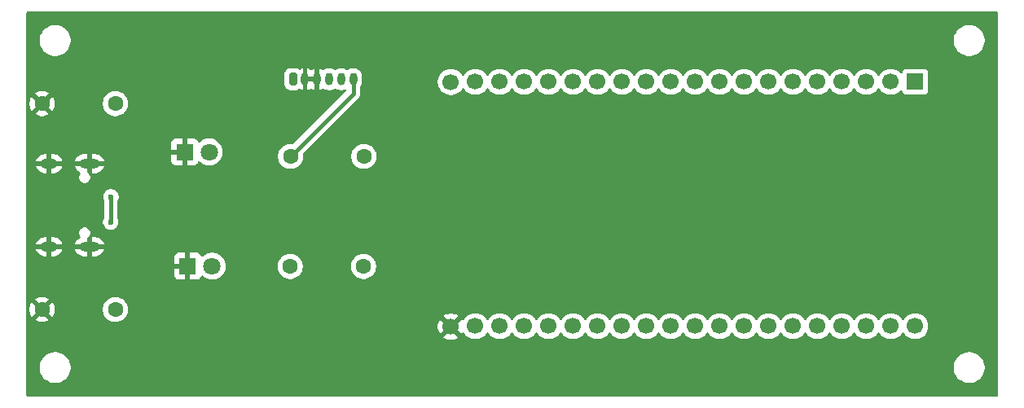
<source format=gbr>
%TF.GenerationSoftware,KiCad,Pcbnew,9.0.6-9.0.6~ubuntu24.04.1*%
%TF.CreationDate,2026-01-01T18:35:02+01:00*%
%TF.ProjectId,security-system,73656375-7269-4747-992d-73797374656d,0*%
%TF.SameCoordinates,Original*%
%TF.FileFunction,Copper,L4,Bot*%
%TF.FilePolarity,Positive*%
%FSLAX46Y46*%
G04 Gerber Fmt 4.6, Leading zero omitted, Abs format (unit mm)*
G04 Created by KiCad (PCBNEW 9.0.6-9.0.6~ubuntu24.04.1) date 2026-01-01 18:35:02*
%MOMM*%
%LPD*%
G01*
G04 APERTURE LIST*
G04 Aperture macros list*
%AMRoundRect*
0 Rectangle with rounded corners*
0 $1 Rounding radius*
0 $2 $3 $4 $5 $6 $7 $8 $9 X,Y pos of 4 corners*
0 Add a 4 corners polygon primitive as box body*
4,1,4,$2,$3,$4,$5,$6,$7,$8,$9,$2,$3,0*
0 Add four circle primitives for the rounded corners*
1,1,$1+$1,$2,$3*
1,1,$1+$1,$4,$5*
1,1,$1+$1,$6,$7*
1,1,$1+$1,$8,$9*
0 Add four rect primitives between the rounded corners*
20,1,$1+$1,$2,$3,$4,$5,0*
20,1,$1+$1,$4,$5,$6,$7,0*
20,1,$1+$1,$6,$7,$8,$9,0*
20,1,$1+$1,$8,$9,$2,$3,0*%
G04 Aperture macros list end*
%TA.AperFunction,ComponentPad*%
%ADD10R,1.800000X1.800000*%
%TD*%
%TA.AperFunction,ComponentPad*%
%ADD11C,1.800000*%
%TD*%
%TA.AperFunction,ComponentPad*%
%ADD12C,1.600000*%
%TD*%
%TA.AperFunction,ComponentPad*%
%ADD13RoundRect,0.200000X-0.200000X-0.450000X0.200000X-0.450000X0.200000X0.450000X-0.200000X0.450000X0*%
%TD*%
%TA.AperFunction,ComponentPad*%
%ADD14O,0.800000X1.300000*%
%TD*%
%TA.AperFunction,HeatsinkPad*%
%ADD15O,2.100000X1.000000*%
%TD*%
%TA.AperFunction,HeatsinkPad*%
%ADD16O,1.800000X1.000000*%
%TD*%
%TA.AperFunction,ComponentPad*%
%ADD17R,1.700000X1.700000*%
%TD*%
%TA.AperFunction,ComponentPad*%
%ADD18C,1.700000*%
%TD*%
%TA.AperFunction,ViaPad*%
%ADD19C,0.600000*%
%TD*%
%TA.AperFunction,Conductor*%
%ADD20C,0.400000*%
%TD*%
G04 APERTURE END LIST*
D10*
%TO.P,DETECTION LED,1,K*%
%TO.N,GND*%
X142275000Y-92950000D03*
D11*
%TO.P,DETECTION LED,2,A*%
%TO.N,Net-(D2-A)*%
X144815000Y-92950000D03*
%TD*%
D12*
%TO.P,R1,1*%
%TO.N,+5V*%
X152960000Y-81550000D03*
%TO.P,R1,2*%
%TO.N,Net-(D1-A)*%
X160580000Y-81550000D03*
%TD*%
D10*
%TO.P,POWER-ON LED,1,K*%
%TO.N,GND*%
X141955000Y-81090000D03*
D11*
%TO.P,POWER-ON LED,2,A*%
%TO.N,Net-(D1-A)*%
X144495000Y-81090000D03*
%TD*%
D13*
%TO.P,J1,1,Pin_1*%
%TO.N,unconnected-(J1-Pin_1-Pad1)*%
X153220000Y-73520000D03*
D14*
%TO.P,J1,2,Pin_2*%
%TO.N,GND*%
X154470000Y-73520000D03*
%TO.P,J1,3,Pin_3*%
X155720000Y-73520000D03*
%TO.P,J1,4,Pin_4*%
%TO.N,/SCL*%
X156970000Y-73520000D03*
%TO.P,J1,5,Pin_5*%
%TO.N,/SDA*%
X158220000Y-73520000D03*
%TO.P,J1,6,Pin_6*%
%TO.N,+5V*%
X159470000Y-73520000D03*
%TD*%
D15*
%TO.P,J2,S1,SHIELD*%
%TO.N,GND*%
X132060000Y-82300000D03*
D16*
X127880000Y-82300000D03*
D15*
X132060000Y-90940000D03*
D16*
X127880000Y-90940000D03*
%TD*%
D12*
%TO.P,R4,1*%
%TO.N,Net-(J2-CC2)*%
X134750000Y-97470000D03*
%TO.P,R4,2*%
%TO.N,GND*%
X127130000Y-97470000D03*
%TD*%
D17*
%TO.P,U1,1,3V3*%
%TO.N,+3.3V*%
X217882000Y-73800000D03*
D18*
%TO.P,U1,2,GPIO43*%
%TO.N,unconnected-(U1-GPIO43-Pad2)*%
X217882000Y-99200000D03*
%TO.P,U1,3,RST*%
%TO.N,unconnected-(U1-RST-Pad3)*%
X215342000Y-73800000D03*
%TO.P,U1,4,GPIO44*%
%TO.N,unconnected-(U1-GPIO44-Pad4)*%
X215342000Y-99200000D03*
%TO.P,U1,5,GPIO4*%
%TO.N,unconnected-(U1-GPIO4-Pad5)*%
X212802000Y-73800000D03*
%TO.P,U1,6,GPIO1*%
%TO.N,unconnected-(U1-GPIO1-Pad6)*%
X212802000Y-99200000D03*
%TO.P,U1,7,GPIO5*%
%TO.N,unconnected-(U1-GPIO5-Pad7)*%
X210262000Y-73800000D03*
%TO.P,U1,8,GPIO2*%
%TO.N,unconnected-(U1-GPIO2-Pad8)*%
X210262000Y-99200000D03*
%TO.P,U1,9,GPIO6*%
%TO.N,unconnected-(U1-GPIO6-Pad9)*%
X207722000Y-73800000D03*
%TO.P,U1,10,GPIO42*%
%TO.N,unconnected-(U1-GPIO42-Pad10)*%
X207722000Y-99200000D03*
%TO.P,U1,11,GPIO7*%
%TO.N,unconnected-(U1-GPIO7-Pad11)*%
X205182000Y-73800000D03*
%TO.P,U1,12,GPIO41*%
%TO.N,unconnected-(U1-GPIO41-Pad12)*%
X205182000Y-99200000D03*
%TO.P,U1,13,GPIO15*%
%TO.N,unconnected-(U1-GPIO15-Pad13)*%
X202642000Y-73800000D03*
%TO.P,U1,14,GPIO40*%
%TO.N,unconnected-(U1-GPIO40-Pad14)*%
X202642000Y-99200000D03*
%TO.P,U1,15,GPIO16*%
%TO.N,unconnected-(U1-GPIO16-Pad15)*%
X200102000Y-73800000D03*
%TO.P,U1,16,GPIO39*%
%TO.N,unconnected-(U1-GPIO39-Pad16)*%
X200102000Y-99200000D03*
%TO.P,U1,17,GPIO17*%
%TO.N,unconnected-(U1-GPIO17-Pad17)*%
X197562000Y-73800000D03*
%TO.P,U1,18,GPIO38*%
%TO.N,unconnected-(U1-GPIO38-Pad18)*%
X197562000Y-99200000D03*
%TO.P,U1,19,GPIO18*%
%TO.N,unconnected-(U1-GPIO18-Pad19)*%
X195022000Y-73800000D03*
%TO.P,U1,20,GPIO37*%
%TO.N,unconnected-(U1-GPIO37-Pad20)*%
X195022000Y-99200000D03*
%TO.P,U1,21,GPIO8*%
%TO.N,/SDA*%
X192482000Y-73800000D03*
%TO.P,U1,22,GPIO36*%
%TO.N,unconnected-(U1-GPIO36-Pad22)*%
X192482000Y-99200000D03*
%TO.P,U1,23,GPIO3*%
%TO.N,unconnected-(U1-GPIO3-Pad23)*%
X189942000Y-73800000D03*
%TO.P,U1,24,GPIO35*%
%TO.N,unconnected-(U1-GPIO35-Pad24)*%
X189942000Y-99200000D03*
%TO.P,U1,25,GPIO46*%
%TO.N,unconnected-(U1-GPIO46-Pad25)*%
X187402000Y-73800000D03*
%TO.P,U1,26,GPIO0*%
%TO.N,unconnected-(U1-GPIO0-Pad26)*%
X187402000Y-99200000D03*
%TO.P,U1,27,GPIO9*%
%TO.N,/SCL*%
X184862000Y-73800000D03*
%TO.P,U1,28,GPIO45*%
%TO.N,unconnected-(U1-GPIO45-Pad28)*%
X184862000Y-99200000D03*
%TO.P,U1,29,GPIO10*%
%TO.N,unconnected-(U1-GPIO10-Pad29)*%
X182322000Y-73800000D03*
%TO.P,U1,30,GPIO48*%
%TO.N,unconnected-(U1-GPIO48-Pad30)*%
X182322000Y-99200000D03*
%TO.P,U1,31,GPIO11*%
%TO.N,unconnected-(U1-GPIO11-Pad31)*%
X179782000Y-73800000D03*
%TO.P,U1,32,GPIO47*%
%TO.N,unconnected-(U1-GPIO47-Pad32)*%
X179782000Y-99200000D03*
%TO.P,U1,33,GPIO12*%
%TO.N,unconnected-(U1-GPIO12-Pad33)*%
X177242000Y-73800000D03*
%TO.P,U1,34,GPIO21*%
%TO.N,unconnected-(U1-GPIO21-Pad34)*%
X177242000Y-99200000D03*
%TO.P,U1,35,GPIO13*%
%TO.N,unconnected-(U1-GPIO13-Pad35)*%
X174702000Y-73800000D03*
%TO.P,U1,36,GPIO20*%
%TO.N,unconnected-(U1-GPIO20-Pad36)*%
X174702000Y-99200000D03*
%TO.P,U1,37,GPIO14*%
%TO.N,unconnected-(U1-GPIO14-Pad37)*%
X172162000Y-73800000D03*
%TO.P,U1,38,GPIO19*%
%TO.N,unconnected-(U1-GPIO19-Pad38)*%
X172162000Y-99200000D03*
%TO.P,U1,39,5V*%
%TO.N,+5V*%
X169622000Y-73810000D03*
%TO.P,U1,40,GND*%
%TO.N,GND*%
X169622000Y-99250000D03*
%TD*%
D12*
%TO.P,R2,1*%
%TO.N,+5V*%
X152930000Y-92990000D03*
%TO.P,R2,2*%
%TO.N,Net-(D2-A)*%
X160550000Y-92990000D03*
%TD*%
%TO.P,R3,1*%
%TO.N,Net-(J2-CC1)*%
X134750000Y-76060000D03*
%TO.P,R3,2*%
%TO.N,GND*%
X127130000Y-76060000D03*
%TD*%
D19*
%TO.N,+5V*%
X134290000Y-85750000D03*
X134270000Y-88370000D03*
%TD*%
D20*
%TO.N,+5V*%
X159470000Y-75040000D02*
X159470000Y-73520000D01*
X134270000Y-88370000D02*
X134270000Y-85770000D01*
X134270000Y-85770000D02*
X134290000Y-85750000D01*
X152960000Y-81550000D02*
X159470000Y-75040000D01*
%TD*%
%TA.AperFunction,Conductor*%
%TO.N,GND*%
G36*
X226442539Y-66520185D02*
G01*
X226488294Y-66572989D01*
X226499500Y-66624500D01*
X226499500Y-106375500D01*
X226479815Y-106442539D01*
X226427011Y-106488294D01*
X226375500Y-106499500D01*
X125624500Y-106499500D01*
X125557461Y-106479815D01*
X125511706Y-106427011D01*
X125500500Y-106375500D01*
X125500500Y-103374038D01*
X126899500Y-103374038D01*
X126899500Y-103625961D01*
X126938910Y-103874785D01*
X127016760Y-104114383D01*
X127131132Y-104338848D01*
X127279201Y-104542649D01*
X127279205Y-104542654D01*
X127457345Y-104720794D01*
X127457350Y-104720798D01*
X127635117Y-104849952D01*
X127661155Y-104868870D01*
X127804184Y-104941747D01*
X127885616Y-104983239D01*
X127885618Y-104983239D01*
X127885621Y-104983241D01*
X128125215Y-105061090D01*
X128374038Y-105100500D01*
X128374039Y-105100500D01*
X128625961Y-105100500D01*
X128625962Y-105100500D01*
X128874785Y-105061090D01*
X129114379Y-104983241D01*
X129338845Y-104868870D01*
X129542656Y-104720793D01*
X129720793Y-104542656D01*
X129868870Y-104338845D01*
X129983241Y-104114379D01*
X130061090Y-103874785D01*
X130100500Y-103625962D01*
X130100500Y-103374038D01*
X221899500Y-103374038D01*
X221899500Y-103625961D01*
X221938910Y-103874785D01*
X222016760Y-104114383D01*
X222131132Y-104338848D01*
X222279201Y-104542649D01*
X222279205Y-104542654D01*
X222457345Y-104720794D01*
X222457350Y-104720798D01*
X222635117Y-104849952D01*
X222661155Y-104868870D01*
X222804184Y-104941747D01*
X222885616Y-104983239D01*
X222885618Y-104983239D01*
X222885621Y-104983241D01*
X223125215Y-105061090D01*
X223374038Y-105100500D01*
X223374039Y-105100500D01*
X223625961Y-105100500D01*
X223625962Y-105100500D01*
X223874785Y-105061090D01*
X224114379Y-104983241D01*
X224338845Y-104868870D01*
X224542656Y-104720793D01*
X224720793Y-104542656D01*
X224868870Y-104338845D01*
X224983241Y-104114379D01*
X225061090Y-103874785D01*
X225100500Y-103625962D01*
X225100500Y-103374038D01*
X225061090Y-103125215D01*
X224983241Y-102885621D01*
X224983239Y-102885618D01*
X224983239Y-102885616D01*
X224941747Y-102804184D01*
X224868870Y-102661155D01*
X224849952Y-102635117D01*
X224720798Y-102457350D01*
X224720794Y-102457345D01*
X224542654Y-102279205D01*
X224542649Y-102279201D01*
X224338848Y-102131132D01*
X224338847Y-102131131D01*
X224338845Y-102131130D01*
X224268747Y-102095413D01*
X224114383Y-102016760D01*
X223874785Y-101938910D01*
X223625962Y-101899500D01*
X223374038Y-101899500D01*
X223249626Y-101919205D01*
X223125214Y-101938910D01*
X222885616Y-102016760D01*
X222661151Y-102131132D01*
X222457350Y-102279201D01*
X222457345Y-102279205D01*
X222279205Y-102457345D01*
X222279201Y-102457350D01*
X222131132Y-102661151D01*
X222016760Y-102885616D01*
X221938910Y-103125214D01*
X221899500Y-103374038D01*
X130100500Y-103374038D01*
X130061090Y-103125215D01*
X129983241Y-102885621D01*
X129983239Y-102885618D01*
X129983239Y-102885616D01*
X129941747Y-102804184D01*
X129868870Y-102661155D01*
X129849952Y-102635117D01*
X129720798Y-102457350D01*
X129720794Y-102457345D01*
X129542654Y-102279205D01*
X129542649Y-102279201D01*
X129338848Y-102131132D01*
X129338847Y-102131131D01*
X129338845Y-102131130D01*
X129268747Y-102095413D01*
X129114383Y-102016760D01*
X128874785Y-101938910D01*
X128625962Y-101899500D01*
X128374038Y-101899500D01*
X128249626Y-101919205D01*
X128125214Y-101938910D01*
X127885616Y-102016760D01*
X127661151Y-102131132D01*
X127457350Y-102279201D01*
X127457345Y-102279205D01*
X127279205Y-102457345D01*
X127279201Y-102457350D01*
X127131132Y-102661151D01*
X127016760Y-102885616D01*
X126938910Y-103125214D01*
X126899500Y-103374038D01*
X125500500Y-103374038D01*
X125500500Y-99143753D01*
X168272000Y-99143753D01*
X168272000Y-99356246D01*
X168305242Y-99566127D01*
X168305242Y-99566130D01*
X168370904Y-99768217D01*
X168467375Y-99957550D01*
X168506728Y-100011716D01*
X169139037Y-99379408D01*
X169156075Y-99442993D01*
X169221901Y-99557007D01*
X169314993Y-99650099D01*
X169429007Y-99715925D01*
X169492590Y-99732962D01*
X168860282Y-100365269D01*
X168860282Y-100365270D01*
X168914449Y-100404624D01*
X169103782Y-100501095D01*
X169305870Y-100566757D01*
X169515754Y-100600000D01*
X169728246Y-100600000D01*
X169938127Y-100566757D01*
X169938130Y-100566757D01*
X170140217Y-100501095D01*
X170329554Y-100404622D01*
X170383716Y-100365270D01*
X170383717Y-100365270D01*
X169751408Y-99732962D01*
X169814993Y-99715925D01*
X169929007Y-99650099D01*
X170022099Y-99557007D01*
X170087925Y-99442993D01*
X170104962Y-99379408D01*
X170737270Y-100011717D01*
X170737270Y-100011716D01*
X170776622Y-99957554D01*
X170794596Y-99922278D01*
X170842570Y-99871481D01*
X170910390Y-99854685D01*
X170976526Y-99877221D01*
X171005400Y-99905686D01*
X171131890Y-100079785D01*
X171131894Y-100079790D01*
X171282213Y-100230109D01*
X171454179Y-100355048D01*
X171454181Y-100355049D01*
X171454184Y-100355051D01*
X171643588Y-100451557D01*
X171845757Y-100517246D01*
X172055713Y-100550500D01*
X172055714Y-100550500D01*
X172268286Y-100550500D01*
X172268287Y-100550500D01*
X172478243Y-100517246D01*
X172680412Y-100451557D01*
X172869816Y-100355051D01*
X172891789Y-100339086D01*
X173041786Y-100230109D01*
X173041788Y-100230106D01*
X173041792Y-100230104D01*
X173192104Y-100079792D01*
X173192106Y-100079788D01*
X173192109Y-100079786D01*
X173317048Y-99907820D01*
X173317047Y-99907820D01*
X173317051Y-99907816D01*
X173321514Y-99899054D01*
X173369488Y-99848259D01*
X173437308Y-99831463D01*
X173503444Y-99853999D01*
X173542486Y-99899056D01*
X173546951Y-99907820D01*
X173671890Y-100079786D01*
X173822213Y-100230109D01*
X173994179Y-100355048D01*
X173994181Y-100355049D01*
X173994184Y-100355051D01*
X174183588Y-100451557D01*
X174385757Y-100517246D01*
X174595713Y-100550500D01*
X174595714Y-100550500D01*
X174808286Y-100550500D01*
X174808287Y-100550500D01*
X175018243Y-100517246D01*
X175220412Y-100451557D01*
X175409816Y-100355051D01*
X175431789Y-100339086D01*
X175581786Y-100230109D01*
X175581788Y-100230106D01*
X175581792Y-100230104D01*
X175732104Y-100079792D01*
X175732106Y-100079788D01*
X175732109Y-100079786D01*
X175857048Y-99907820D01*
X175857047Y-99907820D01*
X175857051Y-99907816D01*
X175861514Y-99899054D01*
X175909488Y-99848259D01*
X175977308Y-99831463D01*
X176043444Y-99853999D01*
X176082486Y-99899056D01*
X176086951Y-99907820D01*
X176211890Y-100079786D01*
X176362213Y-100230109D01*
X176534179Y-100355048D01*
X176534181Y-100355049D01*
X176534184Y-100355051D01*
X176723588Y-100451557D01*
X176925757Y-100517246D01*
X177135713Y-100550500D01*
X177135714Y-100550500D01*
X177348286Y-100550500D01*
X177348287Y-100550500D01*
X177558243Y-100517246D01*
X177760412Y-100451557D01*
X177949816Y-100355051D01*
X177971789Y-100339086D01*
X178121786Y-100230109D01*
X178121788Y-100230106D01*
X178121792Y-100230104D01*
X178272104Y-100079792D01*
X178272106Y-100079788D01*
X178272109Y-100079786D01*
X178397048Y-99907820D01*
X178397047Y-99907820D01*
X178397051Y-99907816D01*
X178401514Y-99899054D01*
X178449488Y-99848259D01*
X178517308Y-99831463D01*
X178583444Y-99853999D01*
X178622486Y-99899056D01*
X178626951Y-99907820D01*
X178751890Y-100079786D01*
X178902213Y-100230109D01*
X179074179Y-100355048D01*
X179074181Y-100355049D01*
X179074184Y-100355051D01*
X179263588Y-100451557D01*
X179465757Y-100517246D01*
X179675713Y-100550500D01*
X179675714Y-100550500D01*
X179888286Y-100550500D01*
X179888287Y-100550500D01*
X180098243Y-100517246D01*
X180300412Y-100451557D01*
X180489816Y-100355051D01*
X180511789Y-100339086D01*
X180661786Y-100230109D01*
X180661788Y-100230106D01*
X180661792Y-100230104D01*
X180812104Y-100079792D01*
X180812106Y-100079788D01*
X180812109Y-100079786D01*
X180937048Y-99907820D01*
X180937047Y-99907820D01*
X180937051Y-99907816D01*
X180941514Y-99899054D01*
X180989488Y-99848259D01*
X181057308Y-99831463D01*
X181123444Y-99853999D01*
X181162486Y-99899056D01*
X181166951Y-99907820D01*
X181291890Y-100079786D01*
X181442213Y-100230109D01*
X181614179Y-100355048D01*
X181614181Y-100355049D01*
X181614184Y-100355051D01*
X181803588Y-100451557D01*
X182005757Y-100517246D01*
X182215713Y-100550500D01*
X182215714Y-100550500D01*
X182428286Y-100550500D01*
X182428287Y-100550500D01*
X182638243Y-100517246D01*
X182840412Y-100451557D01*
X183029816Y-100355051D01*
X183051789Y-100339086D01*
X183201786Y-100230109D01*
X183201788Y-100230106D01*
X183201792Y-100230104D01*
X183352104Y-100079792D01*
X183352106Y-100079788D01*
X183352109Y-100079786D01*
X183477048Y-99907820D01*
X183477047Y-99907820D01*
X183477051Y-99907816D01*
X183481514Y-99899054D01*
X183529488Y-99848259D01*
X183597308Y-99831463D01*
X183663444Y-99853999D01*
X183702486Y-99899056D01*
X183706951Y-99907820D01*
X183831890Y-100079786D01*
X183982213Y-100230109D01*
X184154179Y-100355048D01*
X184154181Y-100355049D01*
X184154184Y-100355051D01*
X184343588Y-100451557D01*
X184545757Y-100517246D01*
X184755713Y-100550500D01*
X184755714Y-100550500D01*
X184968286Y-100550500D01*
X184968287Y-100550500D01*
X185178243Y-100517246D01*
X185380412Y-100451557D01*
X185569816Y-100355051D01*
X185591789Y-100339086D01*
X185741786Y-100230109D01*
X185741788Y-100230106D01*
X185741792Y-100230104D01*
X185892104Y-100079792D01*
X185892106Y-100079788D01*
X185892109Y-100079786D01*
X186017048Y-99907820D01*
X186017047Y-99907820D01*
X186017051Y-99907816D01*
X186021514Y-99899054D01*
X186069488Y-99848259D01*
X186137308Y-99831463D01*
X186203444Y-99853999D01*
X186242486Y-99899056D01*
X186246951Y-99907820D01*
X186371890Y-100079786D01*
X186522213Y-100230109D01*
X186694179Y-100355048D01*
X186694181Y-100355049D01*
X186694184Y-100355051D01*
X186883588Y-100451557D01*
X187085757Y-100517246D01*
X187295713Y-100550500D01*
X187295714Y-100550500D01*
X187508286Y-100550500D01*
X187508287Y-100550500D01*
X187718243Y-100517246D01*
X187920412Y-100451557D01*
X188109816Y-100355051D01*
X188131789Y-100339086D01*
X188281786Y-100230109D01*
X188281788Y-100230106D01*
X188281792Y-100230104D01*
X188432104Y-100079792D01*
X188432106Y-100079788D01*
X188432109Y-100079786D01*
X188557048Y-99907820D01*
X188557047Y-99907820D01*
X188557051Y-99907816D01*
X188561514Y-99899054D01*
X188609488Y-99848259D01*
X188677308Y-99831463D01*
X188743444Y-99853999D01*
X188782486Y-99899056D01*
X188786951Y-99907820D01*
X188911890Y-100079786D01*
X189062213Y-100230109D01*
X189234179Y-100355048D01*
X189234181Y-100355049D01*
X189234184Y-100355051D01*
X189423588Y-100451557D01*
X189625757Y-100517246D01*
X189835713Y-100550500D01*
X189835714Y-100550500D01*
X190048286Y-100550500D01*
X190048287Y-100550500D01*
X190258243Y-100517246D01*
X190460412Y-100451557D01*
X190649816Y-100355051D01*
X190671789Y-100339086D01*
X190821786Y-100230109D01*
X190821788Y-100230106D01*
X190821792Y-100230104D01*
X190972104Y-100079792D01*
X190972106Y-100079788D01*
X190972109Y-100079786D01*
X191097048Y-99907820D01*
X191097047Y-99907820D01*
X191097051Y-99907816D01*
X191101514Y-99899054D01*
X191149488Y-99848259D01*
X191217308Y-99831463D01*
X191283444Y-99853999D01*
X191322486Y-99899056D01*
X191326951Y-99907820D01*
X191451890Y-100079786D01*
X191602213Y-100230109D01*
X191774179Y-100355048D01*
X191774181Y-100355049D01*
X191774184Y-100355051D01*
X191963588Y-100451557D01*
X192165757Y-100517246D01*
X192375713Y-100550500D01*
X192375714Y-100550500D01*
X192588286Y-100550500D01*
X192588287Y-100550500D01*
X192798243Y-100517246D01*
X193000412Y-100451557D01*
X193189816Y-100355051D01*
X193211789Y-100339086D01*
X193361786Y-100230109D01*
X193361788Y-100230106D01*
X193361792Y-100230104D01*
X193512104Y-100079792D01*
X193512106Y-100079788D01*
X193512109Y-100079786D01*
X193637048Y-99907820D01*
X193637047Y-99907820D01*
X193637051Y-99907816D01*
X193641514Y-99899054D01*
X193689488Y-99848259D01*
X193757308Y-99831463D01*
X193823444Y-99853999D01*
X193862486Y-99899056D01*
X193866951Y-99907820D01*
X193991890Y-100079786D01*
X194142213Y-100230109D01*
X194314179Y-100355048D01*
X194314181Y-100355049D01*
X194314184Y-100355051D01*
X194503588Y-100451557D01*
X194705757Y-100517246D01*
X194915713Y-100550500D01*
X194915714Y-100550500D01*
X195128286Y-100550500D01*
X195128287Y-100550500D01*
X195338243Y-100517246D01*
X195540412Y-100451557D01*
X195729816Y-100355051D01*
X195751789Y-100339086D01*
X195901786Y-100230109D01*
X195901788Y-100230106D01*
X195901792Y-100230104D01*
X196052104Y-100079792D01*
X196052106Y-100079788D01*
X196052109Y-100079786D01*
X196177048Y-99907820D01*
X196177047Y-99907820D01*
X196177051Y-99907816D01*
X196181514Y-99899054D01*
X196229488Y-99848259D01*
X196297308Y-99831463D01*
X196363444Y-99853999D01*
X196402486Y-99899056D01*
X196406951Y-99907820D01*
X196531890Y-100079786D01*
X196682213Y-100230109D01*
X196854179Y-100355048D01*
X196854181Y-100355049D01*
X196854184Y-100355051D01*
X197043588Y-100451557D01*
X197245757Y-100517246D01*
X197455713Y-100550500D01*
X197455714Y-100550500D01*
X197668286Y-100550500D01*
X197668287Y-100550500D01*
X197878243Y-100517246D01*
X198080412Y-100451557D01*
X198269816Y-100355051D01*
X198291789Y-100339086D01*
X198441786Y-100230109D01*
X198441788Y-100230106D01*
X198441792Y-100230104D01*
X198592104Y-100079792D01*
X198592106Y-100079788D01*
X198592109Y-100079786D01*
X198717048Y-99907820D01*
X198717047Y-99907820D01*
X198717051Y-99907816D01*
X198721514Y-99899054D01*
X198769488Y-99848259D01*
X198837308Y-99831463D01*
X198903444Y-99853999D01*
X198942486Y-99899056D01*
X198946951Y-99907820D01*
X199071890Y-100079786D01*
X199222213Y-100230109D01*
X199394179Y-100355048D01*
X199394181Y-100355049D01*
X199394184Y-100355051D01*
X199583588Y-100451557D01*
X199785757Y-100517246D01*
X199995713Y-100550500D01*
X199995714Y-100550500D01*
X200208286Y-100550500D01*
X200208287Y-100550500D01*
X200418243Y-100517246D01*
X200620412Y-100451557D01*
X200809816Y-100355051D01*
X200831789Y-100339086D01*
X200981786Y-100230109D01*
X200981788Y-100230106D01*
X200981792Y-100230104D01*
X201132104Y-100079792D01*
X201132106Y-100079788D01*
X201132109Y-100079786D01*
X201257048Y-99907820D01*
X201257047Y-99907820D01*
X201257051Y-99907816D01*
X201261514Y-99899054D01*
X201309488Y-99848259D01*
X201377308Y-99831463D01*
X201443444Y-99853999D01*
X201482486Y-99899056D01*
X201486951Y-99907820D01*
X201611890Y-100079786D01*
X201762213Y-100230109D01*
X201934179Y-100355048D01*
X201934181Y-100355049D01*
X201934184Y-100355051D01*
X202123588Y-100451557D01*
X202325757Y-100517246D01*
X202535713Y-100550500D01*
X202535714Y-100550500D01*
X202748286Y-100550500D01*
X202748287Y-100550500D01*
X202958243Y-100517246D01*
X203160412Y-100451557D01*
X203349816Y-100355051D01*
X203371789Y-100339086D01*
X203521786Y-100230109D01*
X203521788Y-100230106D01*
X203521792Y-100230104D01*
X203672104Y-100079792D01*
X203672106Y-100079788D01*
X203672109Y-100079786D01*
X203797048Y-99907820D01*
X203797047Y-99907820D01*
X203797051Y-99907816D01*
X203801514Y-99899054D01*
X203849488Y-99848259D01*
X203917308Y-99831463D01*
X203983444Y-99853999D01*
X204022486Y-99899056D01*
X204026951Y-99907820D01*
X204151890Y-100079786D01*
X204302213Y-100230109D01*
X204474179Y-100355048D01*
X204474181Y-100355049D01*
X204474184Y-100355051D01*
X204663588Y-100451557D01*
X204865757Y-100517246D01*
X205075713Y-100550500D01*
X205075714Y-100550500D01*
X205288286Y-100550500D01*
X205288287Y-100550500D01*
X205498243Y-100517246D01*
X205700412Y-100451557D01*
X205889816Y-100355051D01*
X205911789Y-100339086D01*
X206061786Y-100230109D01*
X206061788Y-100230106D01*
X206061792Y-100230104D01*
X206212104Y-100079792D01*
X206212106Y-100079788D01*
X206212109Y-100079786D01*
X206337048Y-99907820D01*
X206337047Y-99907820D01*
X206337051Y-99907816D01*
X206341514Y-99899054D01*
X206389488Y-99848259D01*
X206457308Y-99831463D01*
X206523444Y-99853999D01*
X206562486Y-99899056D01*
X206566951Y-99907820D01*
X206691890Y-100079786D01*
X206842213Y-100230109D01*
X207014179Y-100355048D01*
X207014181Y-100355049D01*
X207014184Y-100355051D01*
X207203588Y-100451557D01*
X207405757Y-100517246D01*
X207615713Y-100550500D01*
X207615714Y-100550500D01*
X207828286Y-100550500D01*
X207828287Y-100550500D01*
X208038243Y-100517246D01*
X208240412Y-100451557D01*
X208429816Y-100355051D01*
X208451789Y-100339086D01*
X208601786Y-100230109D01*
X208601788Y-100230106D01*
X208601792Y-100230104D01*
X208752104Y-100079792D01*
X208752106Y-100079788D01*
X208752109Y-100079786D01*
X208877048Y-99907820D01*
X208877047Y-99907820D01*
X208877051Y-99907816D01*
X208881514Y-99899054D01*
X208929488Y-99848259D01*
X208997308Y-99831463D01*
X209063444Y-99853999D01*
X209102486Y-99899056D01*
X209106951Y-99907820D01*
X209231890Y-100079786D01*
X209382213Y-100230109D01*
X209554179Y-100355048D01*
X209554181Y-100355049D01*
X209554184Y-100355051D01*
X209743588Y-100451557D01*
X209945757Y-100517246D01*
X210155713Y-100550500D01*
X210155714Y-100550500D01*
X210368286Y-100550500D01*
X210368287Y-100550500D01*
X210578243Y-100517246D01*
X210780412Y-100451557D01*
X210969816Y-100355051D01*
X210991789Y-100339086D01*
X211141786Y-100230109D01*
X211141788Y-100230106D01*
X211141792Y-100230104D01*
X211292104Y-100079792D01*
X211292106Y-100079788D01*
X211292109Y-100079786D01*
X211417048Y-99907820D01*
X211417047Y-99907820D01*
X211417051Y-99907816D01*
X211421514Y-99899054D01*
X211469488Y-99848259D01*
X211537308Y-99831463D01*
X211603444Y-99853999D01*
X211642486Y-99899056D01*
X211646951Y-99907820D01*
X211771890Y-100079786D01*
X211922213Y-100230109D01*
X212094179Y-100355048D01*
X212094181Y-100355049D01*
X212094184Y-100355051D01*
X212283588Y-100451557D01*
X212485757Y-100517246D01*
X212695713Y-100550500D01*
X212695714Y-100550500D01*
X212908286Y-100550500D01*
X212908287Y-100550500D01*
X213118243Y-100517246D01*
X213320412Y-100451557D01*
X213509816Y-100355051D01*
X213531789Y-100339086D01*
X213681786Y-100230109D01*
X213681788Y-100230106D01*
X213681792Y-100230104D01*
X213832104Y-100079792D01*
X213832106Y-100079788D01*
X213832109Y-100079786D01*
X213957048Y-99907820D01*
X213957047Y-99907820D01*
X213957051Y-99907816D01*
X213961514Y-99899054D01*
X214009488Y-99848259D01*
X214077308Y-99831463D01*
X214143444Y-99853999D01*
X214182486Y-99899056D01*
X214186951Y-99907820D01*
X214311890Y-100079786D01*
X214462213Y-100230109D01*
X214634179Y-100355048D01*
X214634181Y-100355049D01*
X214634184Y-100355051D01*
X214823588Y-100451557D01*
X215025757Y-100517246D01*
X215235713Y-100550500D01*
X215235714Y-100550500D01*
X215448286Y-100550500D01*
X215448287Y-100550500D01*
X215658243Y-100517246D01*
X215860412Y-100451557D01*
X216049816Y-100355051D01*
X216071789Y-100339086D01*
X216221786Y-100230109D01*
X216221788Y-100230106D01*
X216221792Y-100230104D01*
X216372104Y-100079792D01*
X216372106Y-100079788D01*
X216372109Y-100079786D01*
X216497048Y-99907820D01*
X216497047Y-99907820D01*
X216497051Y-99907816D01*
X216501514Y-99899054D01*
X216549488Y-99848259D01*
X216617308Y-99831463D01*
X216683444Y-99853999D01*
X216722486Y-99899056D01*
X216726951Y-99907820D01*
X216851890Y-100079786D01*
X217002213Y-100230109D01*
X217174179Y-100355048D01*
X217174181Y-100355049D01*
X217174184Y-100355051D01*
X217363588Y-100451557D01*
X217565757Y-100517246D01*
X217775713Y-100550500D01*
X217775714Y-100550500D01*
X217988286Y-100550500D01*
X217988287Y-100550500D01*
X218198243Y-100517246D01*
X218400412Y-100451557D01*
X218589816Y-100355051D01*
X218611789Y-100339086D01*
X218761786Y-100230109D01*
X218761788Y-100230106D01*
X218761792Y-100230104D01*
X218912104Y-100079792D01*
X218912106Y-100079788D01*
X218912109Y-100079786D01*
X219037048Y-99907820D01*
X219037047Y-99907820D01*
X219037051Y-99907816D01*
X219133557Y-99718412D01*
X219199246Y-99516243D01*
X219232500Y-99306287D01*
X219232500Y-99093713D01*
X219199246Y-98883757D01*
X219133557Y-98681588D01*
X219037051Y-98492184D01*
X219037049Y-98492181D01*
X219037048Y-98492179D01*
X218912109Y-98320213D01*
X218761786Y-98169890D01*
X218589820Y-98044951D01*
X218400414Y-97948444D01*
X218400413Y-97948443D01*
X218400412Y-97948443D01*
X218198243Y-97882754D01*
X218198241Y-97882753D01*
X218198240Y-97882753D01*
X218036957Y-97857208D01*
X217988287Y-97849500D01*
X217775713Y-97849500D01*
X217727042Y-97857208D01*
X217565760Y-97882753D01*
X217363585Y-97948444D01*
X217174179Y-98044951D01*
X217002213Y-98169890D01*
X216851890Y-98320213D01*
X216726949Y-98492182D01*
X216722484Y-98500946D01*
X216674509Y-98551742D01*
X216606688Y-98568536D01*
X216540553Y-98545998D01*
X216501516Y-98500946D01*
X216497050Y-98492182D01*
X216372109Y-98320213D01*
X216221786Y-98169890D01*
X216049820Y-98044951D01*
X215860414Y-97948444D01*
X215860413Y-97948443D01*
X215860412Y-97948443D01*
X215658243Y-97882754D01*
X215658241Y-97882753D01*
X215658240Y-97882753D01*
X215496957Y-97857208D01*
X215448287Y-97849500D01*
X215235713Y-97849500D01*
X215187042Y-97857208D01*
X215025760Y-97882753D01*
X214823585Y-97948444D01*
X214634179Y-98044951D01*
X214462213Y-98169890D01*
X214311890Y-98320213D01*
X214186949Y-98492182D01*
X214182484Y-98500946D01*
X214134509Y-98551742D01*
X214066688Y-98568536D01*
X214000553Y-98545998D01*
X213961516Y-98500946D01*
X213957050Y-98492182D01*
X213832109Y-98320213D01*
X213681786Y-98169890D01*
X213509820Y-98044951D01*
X213320414Y-97948444D01*
X213320413Y-97948443D01*
X213320412Y-97948443D01*
X213118243Y-97882754D01*
X213118241Y-97882753D01*
X213118240Y-97882753D01*
X212956957Y-97857208D01*
X212908287Y-97849500D01*
X212695713Y-97849500D01*
X212647042Y-97857208D01*
X212485760Y-97882753D01*
X212283585Y-97948444D01*
X212094179Y-98044951D01*
X211922213Y-98169890D01*
X211771890Y-98320213D01*
X211646949Y-98492182D01*
X211642484Y-98500946D01*
X211594509Y-98551742D01*
X211526688Y-98568536D01*
X211460553Y-98545998D01*
X211421516Y-98500946D01*
X211417050Y-98492182D01*
X211292109Y-98320213D01*
X211141786Y-98169890D01*
X210969820Y-98044951D01*
X210780414Y-97948444D01*
X210780413Y-97948443D01*
X210780412Y-97948443D01*
X210578243Y-97882754D01*
X210578241Y-97882753D01*
X210578240Y-97882753D01*
X210416957Y-97857208D01*
X210368287Y-97849500D01*
X210155713Y-97849500D01*
X210107042Y-97857208D01*
X209945760Y-97882753D01*
X209743585Y-97948444D01*
X209554179Y-98044951D01*
X209382213Y-98169890D01*
X209231890Y-98320213D01*
X209106949Y-98492182D01*
X209102484Y-98500946D01*
X209054509Y-98551742D01*
X208986688Y-98568536D01*
X208920553Y-98545998D01*
X208881516Y-98500946D01*
X208877050Y-98492182D01*
X208752109Y-98320213D01*
X208601786Y-98169890D01*
X208429820Y-98044951D01*
X208240414Y-97948444D01*
X208240413Y-97948443D01*
X208240412Y-97948443D01*
X208038243Y-97882754D01*
X208038241Y-97882753D01*
X208038240Y-97882753D01*
X207876957Y-97857208D01*
X207828287Y-97849500D01*
X207615713Y-97849500D01*
X207567042Y-97857208D01*
X207405760Y-97882753D01*
X207203585Y-97948444D01*
X207014179Y-98044951D01*
X206842213Y-98169890D01*
X206691890Y-98320213D01*
X206566949Y-98492182D01*
X206562484Y-98500946D01*
X206514509Y-98551742D01*
X206446688Y-98568536D01*
X206380553Y-98545998D01*
X206341516Y-98500946D01*
X206337050Y-98492182D01*
X206212109Y-98320213D01*
X206061786Y-98169890D01*
X205889820Y-98044951D01*
X205700414Y-97948444D01*
X205700413Y-97948443D01*
X205700412Y-97948443D01*
X205498243Y-97882754D01*
X205498241Y-97882753D01*
X205498240Y-97882753D01*
X205336957Y-97857208D01*
X205288287Y-97849500D01*
X205075713Y-97849500D01*
X205027042Y-97857208D01*
X204865760Y-97882753D01*
X204663585Y-97948444D01*
X204474179Y-98044951D01*
X204302213Y-98169890D01*
X204151890Y-98320213D01*
X204026949Y-98492182D01*
X204022484Y-98500946D01*
X203974509Y-98551742D01*
X203906688Y-98568536D01*
X203840553Y-98545998D01*
X203801516Y-98500946D01*
X203797050Y-98492182D01*
X203672109Y-98320213D01*
X203521786Y-98169890D01*
X203349820Y-98044951D01*
X203160414Y-97948444D01*
X203160413Y-97948443D01*
X203160412Y-97948443D01*
X202958243Y-97882754D01*
X202958241Y-97882753D01*
X202958240Y-97882753D01*
X202796957Y-97857208D01*
X202748287Y-97849500D01*
X202535713Y-97849500D01*
X202487042Y-97857208D01*
X202325760Y-97882753D01*
X202123585Y-97948444D01*
X201934179Y-98044951D01*
X201762213Y-98169890D01*
X201611890Y-98320213D01*
X201486949Y-98492182D01*
X201482484Y-98500946D01*
X201434509Y-98551742D01*
X201366688Y-98568536D01*
X201300553Y-98545998D01*
X201261516Y-98500946D01*
X201257050Y-98492182D01*
X201132109Y-98320213D01*
X200981786Y-98169890D01*
X200809820Y-98044951D01*
X200620414Y-97948444D01*
X200620413Y-97948443D01*
X200620412Y-97948443D01*
X200418243Y-97882754D01*
X200418241Y-97882753D01*
X200418240Y-97882753D01*
X200256957Y-97857208D01*
X200208287Y-97849500D01*
X199995713Y-97849500D01*
X199947042Y-97857208D01*
X199785760Y-97882753D01*
X199583585Y-97948444D01*
X199394179Y-98044951D01*
X199222213Y-98169890D01*
X199071890Y-98320213D01*
X198946949Y-98492182D01*
X198942484Y-98500946D01*
X198894509Y-98551742D01*
X198826688Y-98568536D01*
X198760553Y-98545998D01*
X198721516Y-98500946D01*
X198717050Y-98492182D01*
X198592109Y-98320213D01*
X198441786Y-98169890D01*
X198269820Y-98044951D01*
X198080414Y-97948444D01*
X198080413Y-97948443D01*
X198080412Y-97948443D01*
X197878243Y-97882754D01*
X197878241Y-97882753D01*
X197878240Y-97882753D01*
X197716957Y-97857208D01*
X197668287Y-97849500D01*
X197455713Y-97849500D01*
X197407042Y-97857208D01*
X197245760Y-97882753D01*
X197043585Y-97948444D01*
X196854179Y-98044951D01*
X196682213Y-98169890D01*
X196531890Y-98320213D01*
X196406949Y-98492182D01*
X196402484Y-98500946D01*
X196354509Y-98551742D01*
X196286688Y-98568536D01*
X196220553Y-98545998D01*
X196181516Y-98500946D01*
X196177050Y-98492182D01*
X196052109Y-98320213D01*
X195901786Y-98169890D01*
X195729820Y-98044951D01*
X195540414Y-97948444D01*
X195540413Y-97948443D01*
X195540412Y-97948443D01*
X195338243Y-97882754D01*
X195338241Y-97882753D01*
X195338240Y-97882753D01*
X195176957Y-97857208D01*
X195128287Y-97849500D01*
X194915713Y-97849500D01*
X194867042Y-97857208D01*
X194705760Y-97882753D01*
X194503585Y-97948444D01*
X194314179Y-98044951D01*
X194142213Y-98169890D01*
X193991890Y-98320213D01*
X193866949Y-98492182D01*
X193862484Y-98500946D01*
X193814509Y-98551742D01*
X193746688Y-98568536D01*
X193680553Y-98545998D01*
X193641516Y-98500946D01*
X193637050Y-98492182D01*
X193512109Y-98320213D01*
X193361786Y-98169890D01*
X193189820Y-98044951D01*
X193000414Y-97948444D01*
X193000413Y-97948443D01*
X193000412Y-97948443D01*
X192798243Y-97882754D01*
X192798241Y-97882753D01*
X192798240Y-97882753D01*
X192636957Y-97857208D01*
X192588287Y-97849500D01*
X192375713Y-97849500D01*
X192327042Y-97857208D01*
X192165760Y-97882753D01*
X191963585Y-97948444D01*
X191774179Y-98044951D01*
X191602213Y-98169890D01*
X191451890Y-98320213D01*
X191326949Y-98492182D01*
X191322484Y-98500946D01*
X191274509Y-98551742D01*
X191206688Y-98568536D01*
X191140553Y-98545998D01*
X191101516Y-98500946D01*
X191097050Y-98492182D01*
X190972109Y-98320213D01*
X190821786Y-98169890D01*
X190649820Y-98044951D01*
X190460414Y-97948444D01*
X190460413Y-97948443D01*
X190460412Y-97948443D01*
X190258243Y-97882754D01*
X190258241Y-97882753D01*
X190258240Y-97882753D01*
X190096957Y-97857208D01*
X190048287Y-97849500D01*
X189835713Y-97849500D01*
X189787042Y-97857208D01*
X189625760Y-97882753D01*
X189423585Y-97948444D01*
X189234179Y-98044951D01*
X189062213Y-98169890D01*
X188911890Y-98320213D01*
X188786949Y-98492182D01*
X188782484Y-98500946D01*
X188734509Y-98551742D01*
X188666688Y-98568536D01*
X188600553Y-98545998D01*
X188561516Y-98500946D01*
X188557050Y-98492182D01*
X188432109Y-98320213D01*
X188281786Y-98169890D01*
X188109820Y-98044951D01*
X187920414Y-97948444D01*
X187920413Y-97948443D01*
X187920412Y-97948443D01*
X187718243Y-97882754D01*
X187718241Y-97882753D01*
X187718240Y-97882753D01*
X187556957Y-97857208D01*
X187508287Y-97849500D01*
X187295713Y-97849500D01*
X187247042Y-97857208D01*
X187085760Y-97882753D01*
X186883585Y-97948444D01*
X186694179Y-98044951D01*
X186522213Y-98169890D01*
X186371890Y-98320213D01*
X186246949Y-98492182D01*
X186242484Y-98500946D01*
X186194509Y-98551742D01*
X186126688Y-98568536D01*
X186060553Y-98545998D01*
X186021516Y-98500946D01*
X186017050Y-98492182D01*
X185892109Y-98320213D01*
X185741786Y-98169890D01*
X185569820Y-98044951D01*
X185380414Y-97948444D01*
X185380413Y-97948443D01*
X185380412Y-97948443D01*
X185178243Y-97882754D01*
X185178241Y-97882753D01*
X185178240Y-97882753D01*
X185016957Y-97857208D01*
X184968287Y-97849500D01*
X184755713Y-97849500D01*
X184707042Y-97857208D01*
X184545760Y-97882753D01*
X184343585Y-97948444D01*
X184154179Y-98044951D01*
X183982213Y-98169890D01*
X183831890Y-98320213D01*
X183706949Y-98492182D01*
X183702484Y-98500946D01*
X183654509Y-98551742D01*
X183586688Y-98568536D01*
X183520553Y-98545998D01*
X183481516Y-98500946D01*
X183477050Y-98492182D01*
X183352109Y-98320213D01*
X183201786Y-98169890D01*
X183029820Y-98044951D01*
X182840414Y-97948444D01*
X182840413Y-97948443D01*
X182840412Y-97948443D01*
X182638243Y-97882754D01*
X182638241Y-97882753D01*
X182638240Y-97882753D01*
X182476957Y-97857208D01*
X182428287Y-97849500D01*
X182215713Y-97849500D01*
X182167042Y-97857208D01*
X182005760Y-97882753D01*
X181803585Y-97948444D01*
X181614179Y-98044951D01*
X181442213Y-98169890D01*
X181291890Y-98320213D01*
X181166949Y-98492182D01*
X181162484Y-98500946D01*
X181114509Y-98551742D01*
X181046688Y-98568536D01*
X180980553Y-98545998D01*
X180941516Y-98500946D01*
X180937050Y-98492182D01*
X180812109Y-98320213D01*
X180661786Y-98169890D01*
X180489820Y-98044951D01*
X180300414Y-97948444D01*
X180300413Y-97948443D01*
X180300412Y-97948443D01*
X180098243Y-97882754D01*
X180098241Y-97882753D01*
X180098240Y-97882753D01*
X179936957Y-97857208D01*
X179888287Y-97849500D01*
X179675713Y-97849500D01*
X179627042Y-97857208D01*
X179465760Y-97882753D01*
X179263585Y-97948444D01*
X179074179Y-98044951D01*
X178902213Y-98169890D01*
X178751890Y-98320213D01*
X178626949Y-98492182D01*
X178622484Y-98500946D01*
X178574509Y-98551742D01*
X178506688Y-98568536D01*
X178440553Y-98545998D01*
X178401516Y-98500946D01*
X178397050Y-98492182D01*
X178272109Y-98320213D01*
X178121786Y-98169890D01*
X177949820Y-98044951D01*
X177760414Y-97948444D01*
X177760413Y-97948443D01*
X177760412Y-97948443D01*
X177558243Y-97882754D01*
X177558241Y-97882753D01*
X177558240Y-97882753D01*
X177396957Y-97857208D01*
X177348287Y-97849500D01*
X177135713Y-97849500D01*
X177087042Y-97857208D01*
X176925760Y-97882753D01*
X176723585Y-97948444D01*
X176534179Y-98044951D01*
X176362213Y-98169890D01*
X176211890Y-98320213D01*
X176086949Y-98492182D01*
X176082484Y-98500946D01*
X176034509Y-98551742D01*
X175966688Y-98568536D01*
X175900553Y-98545998D01*
X175861516Y-98500946D01*
X175857050Y-98492182D01*
X175732109Y-98320213D01*
X175581786Y-98169890D01*
X175409820Y-98044951D01*
X175220414Y-97948444D01*
X175220413Y-97948443D01*
X175220412Y-97948443D01*
X175018243Y-97882754D01*
X175018241Y-97882753D01*
X175018240Y-97882753D01*
X174856957Y-97857208D01*
X174808287Y-97849500D01*
X174595713Y-97849500D01*
X174547042Y-97857208D01*
X174385760Y-97882753D01*
X174183585Y-97948444D01*
X173994179Y-98044951D01*
X173822213Y-98169890D01*
X173671890Y-98320213D01*
X173546949Y-98492182D01*
X173542484Y-98500946D01*
X173494509Y-98551742D01*
X173426688Y-98568536D01*
X173360553Y-98545998D01*
X173321516Y-98500946D01*
X173317050Y-98492182D01*
X173192109Y-98320213D01*
X173041786Y-98169890D01*
X172869820Y-98044951D01*
X172680414Y-97948444D01*
X172680413Y-97948443D01*
X172680412Y-97948443D01*
X172478243Y-97882754D01*
X172478241Y-97882753D01*
X172478240Y-97882753D01*
X172316957Y-97857208D01*
X172268287Y-97849500D01*
X172055713Y-97849500D01*
X172007042Y-97857208D01*
X171845760Y-97882753D01*
X171643585Y-97948444D01*
X171454179Y-98044951D01*
X171282213Y-98169890D01*
X171131890Y-98320213D01*
X171006948Y-98492184D01*
X171006946Y-98492186D01*
X170988814Y-98527772D01*
X170940839Y-98578567D01*
X170873018Y-98595361D01*
X170806883Y-98572822D01*
X170778012Y-98544359D01*
X170737270Y-98488282D01*
X170737269Y-98488282D01*
X170104962Y-99120590D01*
X170087925Y-99057007D01*
X170022099Y-98942993D01*
X169929007Y-98849901D01*
X169814993Y-98784075D01*
X169751409Y-98767037D01*
X170383716Y-98134728D01*
X170329550Y-98095375D01*
X170140217Y-97998904D01*
X169938129Y-97933242D01*
X169728246Y-97900000D01*
X169515754Y-97900000D01*
X169305872Y-97933242D01*
X169305869Y-97933242D01*
X169103782Y-97998904D01*
X168914439Y-98095380D01*
X168860282Y-98134727D01*
X168860282Y-98134728D01*
X169492591Y-98767037D01*
X169429007Y-98784075D01*
X169314993Y-98849901D01*
X169221901Y-98942993D01*
X169156075Y-99057007D01*
X169139037Y-99120591D01*
X168506728Y-98488282D01*
X168506727Y-98488282D01*
X168467380Y-98542439D01*
X168370904Y-98731782D01*
X168305242Y-98933869D01*
X168305242Y-98933872D01*
X168272000Y-99143753D01*
X125500500Y-99143753D01*
X125500500Y-97367682D01*
X125830000Y-97367682D01*
X125830000Y-97572317D01*
X125862009Y-97774417D01*
X125925244Y-97969031D01*
X126018141Y-98151350D01*
X126018147Y-98151359D01*
X126050523Y-98195921D01*
X126050524Y-98195922D01*
X126730000Y-97516446D01*
X126730000Y-97522661D01*
X126757259Y-97624394D01*
X126809920Y-97715606D01*
X126884394Y-97790080D01*
X126975606Y-97842741D01*
X127077339Y-97870000D01*
X127083553Y-97870000D01*
X126404076Y-98549474D01*
X126448650Y-98581859D01*
X126630968Y-98674755D01*
X126825582Y-98737990D01*
X127027683Y-98770000D01*
X127232317Y-98770000D01*
X127434417Y-98737990D01*
X127629031Y-98674755D01*
X127811349Y-98581859D01*
X127855921Y-98549474D01*
X127176447Y-97870000D01*
X127182661Y-97870000D01*
X127284394Y-97842741D01*
X127375606Y-97790080D01*
X127450080Y-97715606D01*
X127502741Y-97624394D01*
X127530000Y-97522661D01*
X127530000Y-97516447D01*
X128209474Y-98195921D01*
X128241859Y-98151349D01*
X128334755Y-97969031D01*
X128397990Y-97774417D01*
X128430000Y-97572317D01*
X128430000Y-97367682D01*
X128429995Y-97367648D01*
X133449500Y-97367648D01*
X133449500Y-97572351D01*
X133481522Y-97774534D01*
X133544781Y-97969223D01*
X133583366Y-98044949D01*
X133637585Y-98151359D01*
X133637715Y-98151613D01*
X133758028Y-98317213D01*
X133902786Y-98461971D01*
X134013543Y-98542439D01*
X134068390Y-98582287D01*
X134184607Y-98641503D01*
X134250776Y-98675218D01*
X134250778Y-98675218D01*
X134250781Y-98675220D01*
X134355137Y-98709127D01*
X134445465Y-98738477D01*
X134518218Y-98750000D01*
X134647648Y-98770500D01*
X134647649Y-98770500D01*
X134852351Y-98770500D01*
X134852352Y-98770500D01*
X135054534Y-98738477D01*
X135249219Y-98675220D01*
X135431610Y-98582287D01*
X135543567Y-98500946D01*
X135597213Y-98461971D01*
X135597215Y-98461968D01*
X135597219Y-98461966D01*
X135741966Y-98317219D01*
X135741968Y-98317215D01*
X135741971Y-98317213D01*
X135830093Y-98195921D01*
X135862287Y-98151610D01*
X135870889Y-98134728D01*
X135875494Y-98125691D01*
X135955218Y-97969223D01*
X135955218Y-97969222D01*
X135955220Y-97969219D01*
X136018477Y-97774534D01*
X136050500Y-97572352D01*
X136050500Y-97367648D01*
X136042257Y-97315606D01*
X136018477Y-97165465D01*
X135987458Y-97070000D01*
X135955220Y-96970781D01*
X135955218Y-96970778D01*
X135955218Y-96970776D01*
X135862419Y-96788650D01*
X135862287Y-96788390D01*
X135830092Y-96744077D01*
X135741971Y-96622786D01*
X135597213Y-96478028D01*
X135431613Y-96357715D01*
X135431612Y-96357714D01*
X135431610Y-96357713D01*
X135374653Y-96328691D01*
X135249223Y-96264781D01*
X135054534Y-96201522D01*
X134879995Y-96173878D01*
X134852352Y-96169500D01*
X134647648Y-96169500D01*
X134623329Y-96173351D01*
X134445465Y-96201522D01*
X134250776Y-96264781D01*
X134068386Y-96357715D01*
X133902786Y-96478028D01*
X133758028Y-96622786D01*
X133637715Y-96788386D01*
X133544781Y-96970776D01*
X133481522Y-97165465D01*
X133449500Y-97367648D01*
X128429995Y-97367648D01*
X128397990Y-97165582D01*
X128334755Y-96970968D01*
X128241859Y-96788650D01*
X128209474Y-96744077D01*
X128209474Y-96744076D01*
X127530000Y-97423551D01*
X127530000Y-97417339D01*
X127502741Y-97315606D01*
X127450080Y-97224394D01*
X127375606Y-97149920D01*
X127284394Y-97097259D01*
X127182661Y-97070000D01*
X127176446Y-97070000D01*
X127855922Y-96390524D01*
X127855921Y-96390523D01*
X127811359Y-96358147D01*
X127811350Y-96358141D01*
X127629031Y-96265244D01*
X127434417Y-96202009D01*
X127232317Y-96170000D01*
X127027683Y-96170000D01*
X126825582Y-96202009D01*
X126630968Y-96265244D01*
X126448644Y-96358143D01*
X126404077Y-96390523D01*
X126404077Y-96390524D01*
X127083554Y-97070000D01*
X127077339Y-97070000D01*
X126975606Y-97097259D01*
X126884394Y-97149920D01*
X126809920Y-97224394D01*
X126757259Y-97315606D01*
X126730000Y-97417339D01*
X126730000Y-97423553D01*
X126050524Y-96744077D01*
X126050523Y-96744077D01*
X126018143Y-96788644D01*
X125925244Y-96970968D01*
X125862009Y-97165582D01*
X125830000Y-97367682D01*
X125500500Y-97367682D01*
X125500500Y-92002155D01*
X140875000Y-92002155D01*
X140875000Y-92700000D01*
X141899722Y-92700000D01*
X141855667Y-92776306D01*
X141825000Y-92890756D01*
X141825000Y-93009244D01*
X141855667Y-93123694D01*
X141899722Y-93200000D01*
X140875000Y-93200000D01*
X140875000Y-93897844D01*
X140881401Y-93957372D01*
X140881403Y-93957379D01*
X140931645Y-94092086D01*
X140931649Y-94092093D01*
X141017809Y-94207187D01*
X141017812Y-94207190D01*
X141132906Y-94293350D01*
X141132913Y-94293354D01*
X141267620Y-94343596D01*
X141267627Y-94343598D01*
X141327155Y-94349999D01*
X141327172Y-94350000D01*
X142025000Y-94350000D01*
X142025000Y-93325277D01*
X142101306Y-93369333D01*
X142215756Y-93400000D01*
X142334244Y-93400000D01*
X142448694Y-93369333D01*
X142525000Y-93325277D01*
X142525000Y-94350000D01*
X143222828Y-94350000D01*
X143222844Y-94349999D01*
X143282372Y-94343598D01*
X143282379Y-94343596D01*
X143417086Y-94293354D01*
X143417093Y-94293350D01*
X143532187Y-94207190D01*
X143532190Y-94207187D01*
X143618350Y-94092093D01*
X143618354Y-94092086D01*
X143648213Y-94012031D01*
X143690084Y-93956097D01*
X143755548Y-93931680D01*
X143823821Y-93946531D01*
X143852076Y-93967683D01*
X143902636Y-94018243D01*
X143902641Y-94018247D01*
X144058192Y-94131260D01*
X144080978Y-94147815D01*
X144174011Y-94195218D01*
X144277393Y-94247895D01*
X144277396Y-94247896D01*
X144382221Y-94281955D01*
X144487049Y-94316015D01*
X144704778Y-94350500D01*
X144704779Y-94350500D01*
X144925221Y-94350500D01*
X144925222Y-94350500D01*
X145142951Y-94316015D01*
X145352606Y-94247895D01*
X145549022Y-94147815D01*
X145727365Y-94018242D01*
X145883242Y-93862365D01*
X146012815Y-93684022D01*
X146112895Y-93487606D01*
X146181015Y-93277951D01*
X146215500Y-93060222D01*
X146215500Y-92887648D01*
X151629500Y-92887648D01*
X151629500Y-93092351D01*
X151661522Y-93294534D01*
X151724781Y-93489223D01*
X151817715Y-93671613D01*
X151938028Y-93837213D01*
X152082786Y-93981971D01*
X152234349Y-94092086D01*
X152248390Y-94102287D01*
X152337738Y-94147812D01*
X152430776Y-94195218D01*
X152430778Y-94195218D01*
X152430781Y-94195220D01*
X152535137Y-94229127D01*
X152625465Y-94258477D01*
X152726557Y-94274488D01*
X152827648Y-94290500D01*
X152827649Y-94290500D01*
X153032351Y-94290500D01*
X153032352Y-94290500D01*
X153234534Y-94258477D01*
X153429219Y-94195220D01*
X153611610Y-94102287D01*
X153735838Y-94012031D01*
X153777213Y-93981971D01*
X153777215Y-93981968D01*
X153777219Y-93981966D01*
X153921966Y-93837219D01*
X153921968Y-93837215D01*
X153921971Y-93837213D01*
X153974732Y-93764590D01*
X154042287Y-93671610D01*
X154135220Y-93489219D01*
X154198477Y-93294534D01*
X154230500Y-93092352D01*
X154230500Y-92887648D01*
X159249500Y-92887648D01*
X159249500Y-93092351D01*
X159281522Y-93294534D01*
X159344781Y-93489223D01*
X159437715Y-93671613D01*
X159558028Y-93837213D01*
X159702786Y-93981971D01*
X159854349Y-94092086D01*
X159868390Y-94102287D01*
X159957738Y-94147812D01*
X160050776Y-94195218D01*
X160050778Y-94195218D01*
X160050781Y-94195220D01*
X160155137Y-94229127D01*
X160245465Y-94258477D01*
X160346557Y-94274488D01*
X160447648Y-94290500D01*
X160447649Y-94290500D01*
X160652351Y-94290500D01*
X160652352Y-94290500D01*
X160854534Y-94258477D01*
X161049219Y-94195220D01*
X161231610Y-94102287D01*
X161355838Y-94012031D01*
X161397213Y-93981971D01*
X161397215Y-93981968D01*
X161397219Y-93981966D01*
X161541966Y-93837219D01*
X161541968Y-93837215D01*
X161541971Y-93837213D01*
X161594732Y-93764590D01*
X161662287Y-93671610D01*
X161755220Y-93489219D01*
X161818477Y-93294534D01*
X161850500Y-93092352D01*
X161850500Y-92887648D01*
X161818477Y-92685466D01*
X161755220Y-92490781D01*
X161755218Y-92490778D01*
X161755218Y-92490776D01*
X161715279Y-92412393D01*
X161662287Y-92308390D01*
X161654556Y-92297749D01*
X161541971Y-92142786D01*
X161397213Y-91998028D01*
X161231613Y-91877715D01*
X161231612Y-91877714D01*
X161231610Y-91877713D01*
X161130481Y-91826185D01*
X161049223Y-91784781D01*
X160854534Y-91721522D01*
X160673244Y-91692809D01*
X160652352Y-91689500D01*
X160447648Y-91689500D01*
X160426756Y-91692809D01*
X160245465Y-91721522D01*
X160050776Y-91784781D01*
X159868386Y-91877715D01*
X159702786Y-91998028D01*
X159558028Y-92142786D01*
X159437715Y-92308386D01*
X159344781Y-92490776D01*
X159281522Y-92685465D01*
X159249500Y-92887648D01*
X154230500Y-92887648D01*
X154198477Y-92685466D01*
X154135220Y-92490781D01*
X154135218Y-92490778D01*
X154135218Y-92490776D01*
X154095279Y-92412393D01*
X154042287Y-92308390D01*
X154034556Y-92297749D01*
X153921971Y-92142786D01*
X153777213Y-91998028D01*
X153611613Y-91877715D01*
X153611612Y-91877714D01*
X153611610Y-91877713D01*
X153510481Y-91826185D01*
X153429223Y-91784781D01*
X153234534Y-91721522D01*
X153053244Y-91692809D01*
X153032352Y-91689500D01*
X152827648Y-91689500D01*
X152806756Y-91692809D01*
X152625465Y-91721522D01*
X152430776Y-91784781D01*
X152248386Y-91877715D01*
X152082786Y-91998028D01*
X151938028Y-92142786D01*
X151817715Y-92308386D01*
X151724781Y-92490776D01*
X151661522Y-92685465D01*
X151629500Y-92887648D01*
X146215500Y-92887648D01*
X146215500Y-92839778D01*
X146181015Y-92622049D01*
X146146955Y-92517221D01*
X146112896Y-92412396D01*
X146112895Y-92412393D01*
X146078237Y-92344375D01*
X146012815Y-92215978D01*
X145959635Y-92142781D01*
X145883247Y-92037641D01*
X145883243Y-92037636D01*
X145727363Y-91881756D01*
X145727358Y-91881752D01*
X145549025Y-91752187D01*
X145549024Y-91752186D01*
X145549022Y-91752185D01*
X145479474Y-91716748D01*
X145352606Y-91652104D01*
X145352603Y-91652103D01*
X145142952Y-91583985D01*
X145034086Y-91566742D01*
X144925222Y-91549500D01*
X144704778Y-91549500D01*
X144632201Y-91560995D01*
X144487047Y-91583985D01*
X144277396Y-91652103D01*
X144277393Y-91652104D01*
X144080974Y-91752187D01*
X143902641Y-91881752D01*
X143902636Y-91881756D01*
X143852075Y-91932317D01*
X143790752Y-91965801D01*
X143721060Y-91960816D01*
X143665127Y-91918945D01*
X143648213Y-91887968D01*
X143618354Y-91807913D01*
X143618350Y-91807906D01*
X143532190Y-91692812D01*
X143532187Y-91692809D01*
X143417093Y-91606649D01*
X143417086Y-91606645D01*
X143282379Y-91556403D01*
X143282372Y-91556401D01*
X143222844Y-91550000D01*
X142525000Y-91550000D01*
X142525000Y-92574722D01*
X142448694Y-92530667D01*
X142334244Y-92500000D01*
X142215756Y-92500000D01*
X142101306Y-92530667D01*
X142025000Y-92574722D01*
X142025000Y-91550000D01*
X141327155Y-91550000D01*
X141267627Y-91556401D01*
X141267620Y-91556403D01*
X141132913Y-91606645D01*
X141132906Y-91606649D01*
X141017812Y-91692809D01*
X141017809Y-91692812D01*
X140931649Y-91807906D01*
X140931645Y-91807913D01*
X140881403Y-91942620D01*
X140881401Y-91942627D01*
X140875000Y-92002155D01*
X125500500Y-92002155D01*
X125500500Y-90690000D01*
X126510138Y-90690000D01*
X127313012Y-90690000D01*
X127295795Y-90699940D01*
X127239940Y-90755795D01*
X127200444Y-90824204D01*
X127180000Y-90900504D01*
X127180000Y-90979496D01*
X127200444Y-91055796D01*
X127239940Y-91124205D01*
X127295795Y-91180060D01*
X127313012Y-91190000D01*
X126510138Y-91190000D01*
X126518430Y-91231690D01*
X126518430Y-91231692D01*
X126593807Y-91413671D01*
X126593814Y-91413684D01*
X126703248Y-91577462D01*
X126703251Y-91577466D01*
X126842533Y-91716748D01*
X126842537Y-91716751D01*
X127006315Y-91826185D01*
X127006328Y-91826192D01*
X127188306Y-91901569D01*
X127188318Y-91901572D01*
X127381504Y-91939999D01*
X127381508Y-91940000D01*
X127630000Y-91940000D01*
X127630000Y-91240000D01*
X128130000Y-91240000D01*
X128130000Y-91940000D01*
X128378492Y-91940000D01*
X128378495Y-91939999D01*
X128571681Y-91901572D01*
X128571693Y-91901569D01*
X128753671Y-91826192D01*
X128753684Y-91826185D01*
X128917462Y-91716751D01*
X128917466Y-91716748D01*
X129056748Y-91577466D01*
X129056751Y-91577462D01*
X129166185Y-91413684D01*
X129166192Y-91413671D01*
X129241569Y-91231692D01*
X129241569Y-91231690D01*
X129249862Y-91190000D01*
X128446988Y-91190000D01*
X128464205Y-91180060D01*
X128520060Y-91124205D01*
X128559556Y-91055796D01*
X128580000Y-90979496D01*
X128580000Y-90900504D01*
X128559556Y-90824204D01*
X128520060Y-90755795D01*
X128464205Y-90699940D01*
X128446988Y-90690000D01*
X129249862Y-90690000D01*
X130540138Y-90690000D01*
X131343012Y-90690000D01*
X131325795Y-90699940D01*
X131269940Y-90755795D01*
X131230444Y-90824204D01*
X131210000Y-90900504D01*
X131210000Y-90979496D01*
X131230444Y-91055796D01*
X131269940Y-91124205D01*
X131325795Y-91180060D01*
X131343012Y-91190000D01*
X130540138Y-91190000D01*
X130548430Y-91231690D01*
X130548430Y-91231692D01*
X130623807Y-91413671D01*
X130623814Y-91413684D01*
X130733248Y-91577462D01*
X130733251Y-91577466D01*
X130872533Y-91716748D01*
X130872537Y-91716751D01*
X131036315Y-91826185D01*
X131036328Y-91826192D01*
X131218306Y-91901569D01*
X131218318Y-91901572D01*
X131411504Y-91939999D01*
X131411508Y-91940000D01*
X131810000Y-91940000D01*
X131810000Y-91240000D01*
X132310000Y-91240000D01*
X132310000Y-91940000D01*
X132708492Y-91940000D01*
X132708495Y-91939999D01*
X132901681Y-91901572D01*
X132901693Y-91901569D01*
X132943410Y-91884290D01*
X133083671Y-91826192D01*
X133083684Y-91826185D01*
X133247462Y-91716751D01*
X133247466Y-91716748D01*
X133386748Y-91577466D01*
X133386751Y-91577462D01*
X133496185Y-91413684D01*
X133496192Y-91413671D01*
X133571569Y-91231692D01*
X133571569Y-91231690D01*
X133579862Y-91190000D01*
X132776988Y-91190000D01*
X132794205Y-91180060D01*
X132850060Y-91124205D01*
X132889556Y-91055796D01*
X132910000Y-90979496D01*
X132910000Y-90900504D01*
X132889556Y-90824204D01*
X132850060Y-90755795D01*
X132794205Y-90699940D01*
X132776988Y-90690000D01*
X133579862Y-90690000D01*
X133571569Y-90648309D01*
X133571569Y-90648307D01*
X133496192Y-90466328D01*
X133496185Y-90466315D01*
X133386751Y-90302537D01*
X133386748Y-90302533D01*
X133247466Y-90163251D01*
X133247462Y-90163248D01*
X133083684Y-90053814D01*
X133083671Y-90053807D01*
X132901693Y-89978430D01*
X132901681Y-89978427D01*
X132708495Y-89940000D01*
X132310000Y-89940000D01*
X132310000Y-90640000D01*
X131810000Y-90640000D01*
X131810000Y-90101784D01*
X131829685Y-90034745D01*
X131872000Y-89994397D01*
X131913365Y-89970515D01*
X132020515Y-89863365D01*
X132021372Y-89861879D01*
X132041721Y-89826637D01*
X132096279Y-89732138D01*
X132096281Y-89732135D01*
X132135500Y-89585766D01*
X132135500Y-89434234D01*
X132096281Y-89287865D01*
X132020515Y-89156635D01*
X131913365Y-89049485D01*
X131847750Y-89011602D01*
X131782136Y-88973719D01*
X131708950Y-88954109D01*
X131635766Y-88934500D01*
X131484234Y-88934500D01*
X131337863Y-88973719D01*
X131206635Y-89049485D01*
X131206632Y-89049487D01*
X131099487Y-89156632D01*
X131099485Y-89156635D01*
X131023719Y-89287863D01*
X130984500Y-89434234D01*
X130984500Y-89585765D01*
X131023719Y-89732136D01*
X131063153Y-89800437D01*
X131099485Y-89863365D01*
X131099486Y-89863366D01*
X131103549Y-89870403D01*
X131101346Y-89871674D01*
X131121959Y-89924983D01*
X131107923Y-89993428D01*
X131059112Y-90043420D01*
X131045845Y-90049866D01*
X131036324Y-90053809D01*
X131036315Y-90053814D01*
X130872537Y-90163248D01*
X130872533Y-90163251D01*
X130733251Y-90302533D01*
X130733248Y-90302537D01*
X130623814Y-90466315D01*
X130623807Y-90466328D01*
X130548430Y-90648307D01*
X130548430Y-90648309D01*
X130540138Y-90690000D01*
X129249862Y-90690000D01*
X129241569Y-90648309D01*
X129241569Y-90648307D01*
X129166192Y-90466328D01*
X129166185Y-90466315D01*
X129056751Y-90302537D01*
X129056748Y-90302533D01*
X128917466Y-90163251D01*
X128917462Y-90163248D01*
X128753684Y-90053814D01*
X128753671Y-90053807D01*
X128571693Y-89978430D01*
X128571681Y-89978427D01*
X128378495Y-89940000D01*
X128130000Y-89940000D01*
X128130000Y-90640000D01*
X127630000Y-90640000D01*
X127630000Y-89940000D01*
X127381504Y-89940000D01*
X127188318Y-89978427D01*
X127188306Y-89978430D01*
X127006328Y-90053807D01*
X127006315Y-90053814D01*
X126842537Y-90163248D01*
X126842533Y-90163251D01*
X126703251Y-90302533D01*
X126703248Y-90302537D01*
X126593814Y-90466315D01*
X126593807Y-90466328D01*
X126518430Y-90648307D01*
X126518430Y-90648309D01*
X126510138Y-90690000D01*
X125500500Y-90690000D01*
X125500500Y-88291153D01*
X133469500Y-88291153D01*
X133469500Y-88448846D01*
X133500261Y-88603489D01*
X133500264Y-88603501D01*
X133560602Y-88749172D01*
X133560609Y-88749185D01*
X133648210Y-88880288D01*
X133648213Y-88880292D01*
X133759707Y-88991786D01*
X133759711Y-88991789D01*
X133890814Y-89079390D01*
X133890827Y-89079397D01*
X134036498Y-89139735D01*
X134036503Y-89139737D01*
X134191153Y-89170499D01*
X134191156Y-89170500D01*
X134191158Y-89170500D01*
X134348844Y-89170500D01*
X134348845Y-89170499D01*
X134503497Y-89139737D01*
X134649179Y-89079394D01*
X134780289Y-88991789D01*
X134891789Y-88880289D01*
X134979394Y-88749179D01*
X135039737Y-88603497D01*
X135070500Y-88448842D01*
X135070500Y-88291158D01*
X135070500Y-88291155D01*
X135070499Y-88291153D01*
X135039738Y-88136510D01*
X135039737Y-88136503D01*
X134979939Y-87992136D01*
X134970500Y-87944684D01*
X134970500Y-86210036D01*
X134990185Y-86142997D01*
X134991346Y-86141222D01*
X134999394Y-86129179D01*
X135059737Y-85983497D01*
X135090500Y-85828842D01*
X135090500Y-85671158D01*
X135090500Y-85671155D01*
X135090499Y-85671153D01*
X135059738Y-85516510D01*
X135059737Y-85516503D01*
X135059735Y-85516498D01*
X134999397Y-85370827D01*
X134999390Y-85370814D01*
X134911789Y-85239711D01*
X134911786Y-85239707D01*
X134800292Y-85128213D01*
X134800288Y-85128210D01*
X134669185Y-85040609D01*
X134669172Y-85040602D01*
X134523501Y-84980264D01*
X134523489Y-84980261D01*
X134368845Y-84949500D01*
X134368842Y-84949500D01*
X134211158Y-84949500D01*
X134211155Y-84949500D01*
X134056510Y-84980261D01*
X134056498Y-84980264D01*
X133910827Y-85040602D01*
X133910814Y-85040609D01*
X133779711Y-85128210D01*
X133779707Y-85128213D01*
X133668213Y-85239707D01*
X133668210Y-85239711D01*
X133580609Y-85370814D01*
X133580602Y-85370827D01*
X133520264Y-85516498D01*
X133520261Y-85516510D01*
X133489500Y-85671153D01*
X133489500Y-85828846D01*
X133520261Y-85983489D01*
X133520263Y-85983497D01*
X133560061Y-86079578D01*
X133569500Y-86127031D01*
X133569500Y-87944684D01*
X133560061Y-87992136D01*
X133500264Y-88136498D01*
X133500261Y-88136510D01*
X133469500Y-88291153D01*
X125500500Y-88291153D01*
X125500500Y-82050000D01*
X126510138Y-82050000D01*
X127313012Y-82050000D01*
X127295795Y-82059940D01*
X127239940Y-82115795D01*
X127200444Y-82184204D01*
X127180000Y-82260504D01*
X127180000Y-82339496D01*
X127200444Y-82415796D01*
X127239940Y-82484205D01*
X127295795Y-82540060D01*
X127313012Y-82550000D01*
X126510138Y-82550000D01*
X126518430Y-82591690D01*
X126518430Y-82591692D01*
X126593807Y-82773671D01*
X126593814Y-82773684D01*
X126703248Y-82937462D01*
X126703251Y-82937466D01*
X126842533Y-83076748D01*
X126842537Y-83076751D01*
X127006315Y-83186185D01*
X127006328Y-83186192D01*
X127188306Y-83261569D01*
X127188318Y-83261572D01*
X127381504Y-83299999D01*
X127381508Y-83300000D01*
X127630000Y-83300000D01*
X127630000Y-82600000D01*
X128130000Y-82600000D01*
X128130000Y-83300000D01*
X128378492Y-83300000D01*
X128378495Y-83299999D01*
X128571681Y-83261572D01*
X128571693Y-83261569D01*
X128753671Y-83186192D01*
X128753684Y-83186185D01*
X128917462Y-83076751D01*
X128917466Y-83076748D01*
X129056748Y-82937466D01*
X129056751Y-82937462D01*
X129166185Y-82773684D01*
X129166192Y-82773671D01*
X129241569Y-82591692D01*
X129241569Y-82591690D01*
X129249862Y-82550000D01*
X128446988Y-82550000D01*
X128464205Y-82540060D01*
X128520060Y-82484205D01*
X128559556Y-82415796D01*
X128580000Y-82339496D01*
X128580000Y-82260504D01*
X128559556Y-82184204D01*
X128520060Y-82115795D01*
X128464205Y-82059940D01*
X128446988Y-82050000D01*
X129249862Y-82050000D01*
X130540138Y-82050000D01*
X131343012Y-82050000D01*
X131325795Y-82059940D01*
X131269940Y-82115795D01*
X131230444Y-82184204D01*
X131210000Y-82260504D01*
X131210000Y-82339496D01*
X131230444Y-82415796D01*
X131269940Y-82484205D01*
X131325795Y-82540060D01*
X131343012Y-82550000D01*
X130540138Y-82550000D01*
X130548430Y-82591690D01*
X130548430Y-82591692D01*
X130623807Y-82773671D01*
X130623814Y-82773684D01*
X130733248Y-82937462D01*
X130733251Y-82937466D01*
X130872533Y-83076748D01*
X130872537Y-83076751D01*
X131036315Y-83186185D01*
X131036328Y-83186192D01*
X131045838Y-83190131D01*
X131100243Y-83233970D01*
X131122310Y-83300264D01*
X131105033Y-83367963D01*
X131101350Y-83373405D01*
X131023719Y-83507863D01*
X130984500Y-83654234D01*
X130984500Y-83805765D01*
X131023719Y-83952136D01*
X131061602Y-84017750D01*
X131099485Y-84083365D01*
X131206635Y-84190515D01*
X131337865Y-84266281D01*
X131484234Y-84305500D01*
X131484236Y-84305500D01*
X131635764Y-84305500D01*
X131635766Y-84305500D01*
X131782135Y-84266281D01*
X131913365Y-84190515D01*
X132020515Y-84083365D01*
X132096281Y-83952135D01*
X132135500Y-83805766D01*
X132135500Y-83654234D01*
X132096281Y-83507865D01*
X132020515Y-83376635D01*
X131913365Y-83269485D01*
X131899654Y-83261569D01*
X131871998Y-83245601D01*
X131823784Y-83195033D01*
X131810000Y-83138215D01*
X131810000Y-82600000D01*
X132310000Y-82600000D01*
X132310000Y-83300000D01*
X132708492Y-83300000D01*
X132708495Y-83299999D01*
X132901681Y-83261572D01*
X132901693Y-83261569D01*
X133083671Y-83186192D01*
X133083684Y-83186185D01*
X133247462Y-83076751D01*
X133247466Y-83076748D01*
X133386748Y-82937466D01*
X133386751Y-82937462D01*
X133496185Y-82773684D01*
X133496192Y-82773671D01*
X133571569Y-82591692D01*
X133571569Y-82591690D01*
X133579862Y-82550000D01*
X132776988Y-82550000D01*
X132794205Y-82540060D01*
X132850060Y-82484205D01*
X132889556Y-82415796D01*
X132910000Y-82339496D01*
X132910000Y-82260504D01*
X132889556Y-82184204D01*
X132850060Y-82115795D01*
X132794205Y-82059940D01*
X132776988Y-82050000D01*
X133579862Y-82050000D01*
X133571569Y-82008309D01*
X133571569Y-82008307D01*
X133496192Y-81826328D01*
X133496185Y-81826315D01*
X133386751Y-81662537D01*
X133386748Y-81662533D01*
X133247466Y-81523251D01*
X133247462Y-81523248D01*
X133083684Y-81413814D01*
X133083674Y-81413809D01*
X133058059Y-81403199D01*
X133058057Y-81403198D01*
X132901693Y-81338430D01*
X132901681Y-81338427D01*
X132708495Y-81300000D01*
X132310000Y-81300000D01*
X132310000Y-82000000D01*
X131810000Y-82000000D01*
X131810000Y-81300000D01*
X131411504Y-81300000D01*
X131218318Y-81338427D01*
X131218306Y-81338430D01*
X131036328Y-81413807D01*
X131036315Y-81413814D01*
X130872537Y-81523248D01*
X130872533Y-81523251D01*
X130733251Y-81662533D01*
X130733248Y-81662537D01*
X130623814Y-81826315D01*
X130623807Y-81826328D01*
X130548430Y-82008307D01*
X130548430Y-82008309D01*
X130540138Y-82050000D01*
X129249862Y-82050000D01*
X129241569Y-82008309D01*
X129241569Y-82008307D01*
X129166192Y-81826328D01*
X129166185Y-81826315D01*
X129056751Y-81662537D01*
X129056748Y-81662533D01*
X128917466Y-81523251D01*
X128917462Y-81523248D01*
X128753684Y-81413814D01*
X128753671Y-81413807D01*
X128571693Y-81338430D01*
X128571681Y-81338427D01*
X128378495Y-81300000D01*
X128130000Y-81300000D01*
X128130000Y-82000000D01*
X127630000Y-82000000D01*
X127630000Y-81300000D01*
X127381504Y-81300000D01*
X127188318Y-81338427D01*
X127188306Y-81338430D01*
X127006328Y-81413807D01*
X127006315Y-81413814D01*
X126842537Y-81523248D01*
X126842533Y-81523251D01*
X126703251Y-81662533D01*
X126703248Y-81662537D01*
X126593814Y-81826315D01*
X126593807Y-81826328D01*
X126518430Y-82008307D01*
X126518430Y-82008309D01*
X126510138Y-82050000D01*
X125500500Y-82050000D01*
X125500500Y-80142155D01*
X140555000Y-80142155D01*
X140555000Y-80840000D01*
X141579722Y-80840000D01*
X141535667Y-80916306D01*
X141505000Y-81030756D01*
X141505000Y-81149244D01*
X141535667Y-81263694D01*
X141579722Y-81340000D01*
X140555000Y-81340000D01*
X140555000Y-82037844D01*
X140561401Y-82097372D01*
X140561403Y-82097379D01*
X140611645Y-82232086D01*
X140611649Y-82232093D01*
X140697809Y-82347187D01*
X140697812Y-82347190D01*
X140812906Y-82433350D01*
X140812913Y-82433354D01*
X140947620Y-82483596D01*
X140947627Y-82483598D01*
X141007155Y-82489999D01*
X141007172Y-82490000D01*
X141705000Y-82490000D01*
X141705000Y-81465277D01*
X141781306Y-81509333D01*
X141895756Y-81540000D01*
X142014244Y-81540000D01*
X142128694Y-81509333D01*
X142205000Y-81465277D01*
X142205000Y-82490000D01*
X142902828Y-82490000D01*
X142902844Y-82489999D01*
X142962372Y-82483598D01*
X142962379Y-82483596D01*
X143097086Y-82433354D01*
X143097093Y-82433350D01*
X143212187Y-82347190D01*
X143212190Y-82347187D01*
X143298350Y-82232093D01*
X143298354Y-82232086D01*
X143328213Y-82152031D01*
X143370084Y-82096097D01*
X143435548Y-82071680D01*
X143503821Y-82086531D01*
X143532076Y-82107683D01*
X143582636Y-82158243D01*
X143582641Y-82158247D01*
X143723387Y-82260504D01*
X143760978Y-82287815D01*
X143862407Y-82339496D01*
X143957393Y-82387895D01*
X143957396Y-82387896D01*
X144043266Y-82415796D01*
X144167049Y-82456015D01*
X144384778Y-82490500D01*
X144384779Y-82490500D01*
X144605221Y-82490500D01*
X144605222Y-82490500D01*
X144822951Y-82456015D01*
X145032606Y-82387895D01*
X145229022Y-82287815D01*
X145407365Y-82158242D01*
X145563242Y-82002365D01*
X145692815Y-81824022D01*
X145792895Y-81627606D01*
X145851366Y-81447648D01*
X151659500Y-81447648D01*
X151659500Y-81652351D01*
X151691522Y-81854534D01*
X151754781Y-82049223D01*
X151847715Y-82231613D01*
X151968028Y-82397213D01*
X152112786Y-82541971D01*
X152267749Y-82654556D01*
X152278390Y-82662287D01*
X152394607Y-82721503D01*
X152460776Y-82755218D01*
X152460778Y-82755218D01*
X152460781Y-82755220D01*
X152565137Y-82789127D01*
X152655465Y-82818477D01*
X152756557Y-82834488D01*
X152857648Y-82850500D01*
X152857649Y-82850500D01*
X153062351Y-82850500D01*
X153062352Y-82850500D01*
X153264534Y-82818477D01*
X153459219Y-82755220D01*
X153641610Y-82662287D01*
X153734590Y-82594732D01*
X153807213Y-82541971D01*
X153807215Y-82541968D01*
X153807219Y-82541966D01*
X153951966Y-82397219D01*
X153951968Y-82397215D01*
X153951971Y-82397213D01*
X154051294Y-82260504D01*
X154072287Y-82231610D01*
X154165220Y-82049219D01*
X154228477Y-81854534D01*
X154260500Y-81652352D01*
X154260500Y-81447648D01*
X159279500Y-81447648D01*
X159279500Y-81652351D01*
X159311522Y-81854534D01*
X159374781Y-82049223D01*
X159467715Y-82231613D01*
X159588028Y-82397213D01*
X159732786Y-82541971D01*
X159887749Y-82654556D01*
X159898390Y-82662287D01*
X160014607Y-82721503D01*
X160080776Y-82755218D01*
X160080778Y-82755218D01*
X160080781Y-82755220D01*
X160185137Y-82789127D01*
X160275465Y-82818477D01*
X160376557Y-82834488D01*
X160477648Y-82850500D01*
X160477649Y-82850500D01*
X160682351Y-82850500D01*
X160682352Y-82850500D01*
X160884534Y-82818477D01*
X161079219Y-82755220D01*
X161261610Y-82662287D01*
X161354590Y-82594732D01*
X161427213Y-82541971D01*
X161427215Y-82541968D01*
X161427219Y-82541966D01*
X161571966Y-82397219D01*
X161571968Y-82397215D01*
X161571971Y-82397213D01*
X161671294Y-82260504D01*
X161692287Y-82231610D01*
X161785220Y-82049219D01*
X161848477Y-81854534D01*
X161880500Y-81652352D01*
X161880500Y-81447648D01*
X161873460Y-81403198D01*
X161848477Y-81245465D01*
X161785218Y-81050776D01*
X161716701Y-80916306D01*
X161692287Y-80868390D01*
X161671661Y-80840000D01*
X161571971Y-80702786D01*
X161427213Y-80558028D01*
X161261613Y-80437715D01*
X161261612Y-80437714D01*
X161261610Y-80437713D01*
X161204653Y-80408691D01*
X161079223Y-80344781D01*
X160884534Y-80281522D01*
X160709995Y-80253878D01*
X160682352Y-80249500D01*
X160477648Y-80249500D01*
X160453329Y-80253351D01*
X160275465Y-80281522D01*
X160080776Y-80344781D01*
X159898386Y-80437715D01*
X159732786Y-80558028D01*
X159588028Y-80702786D01*
X159467715Y-80868386D01*
X159374781Y-81050776D01*
X159311522Y-81245465D01*
X159279500Y-81447648D01*
X154260500Y-81447648D01*
X154241949Y-81330529D01*
X154241903Y-81330224D01*
X154246538Y-81295903D01*
X154250967Y-81261636D01*
X154251217Y-81261270D01*
X154251256Y-81260983D01*
X154252055Y-81260044D01*
X154276802Y-81223853D01*
X160014114Y-75486543D01*
X160044819Y-75440587D01*
X160090775Y-75371811D01*
X160128113Y-75281667D01*
X160143580Y-75244329D01*
X160153570Y-75194106D01*
X160170500Y-75108993D01*
X160170500Y-74380099D01*
X160190185Y-74313060D01*
X160191398Y-74311208D01*
X160268013Y-74196547D01*
X160335894Y-74032666D01*
X160337098Y-74026616D01*
X160370499Y-73858695D01*
X160370500Y-73858693D01*
X160370500Y-73703713D01*
X168271500Y-73703713D01*
X168271500Y-73916286D01*
X168300152Y-74097192D01*
X168304754Y-74126243D01*
X168350375Y-74266650D01*
X168370444Y-74328414D01*
X168466951Y-74517820D01*
X168591890Y-74689786D01*
X168742213Y-74840109D01*
X168914179Y-74965048D01*
X168914181Y-74965049D01*
X168914184Y-74965051D01*
X169103588Y-75061557D01*
X169305757Y-75127246D01*
X169515713Y-75160500D01*
X169515714Y-75160500D01*
X169728286Y-75160500D01*
X169728287Y-75160500D01*
X169938243Y-75127246D01*
X170140412Y-75061557D01*
X170329816Y-74965051D01*
X170429902Y-74892335D01*
X170501786Y-74840109D01*
X170501788Y-74840106D01*
X170501792Y-74840104D01*
X170652104Y-74689792D01*
X170652106Y-74689788D01*
X170652109Y-74689786D01*
X170740902Y-74567571D01*
X170777051Y-74517816D01*
X170784061Y-74504057D01*
X170832032Y-74453261D01*
X170899852Y-74436463D01*
X170965988Y-74458997D01*
X171005030Y-74504051D01*
X171006949Y-74507817D01*
X171131890Y-74679786D01*
X171282213Y-74830109D01*
X171454179Y-74955048D01*
X171454181Y-74955049D01*
X171454184Y-74955051D01*
X171643588Y-75051557D01*
X171845757Y-75117246D01*
X172055713Y-75150500D01*
X172055714Y-75150500D01*
X172268286Y-75150500D01*
X172268287Y-75150500D01*
X172478243Y-75117246D01*
X172680412Y-75051557D01*
X172869816Y-74955051D01*
X172956138Y-74892335D01*
X173041786Y-74830109D01*
X173041788Y-74830106D01*
X173041792Y-74830104D01*
X173192104Y-74679792D01*
X173192106Y-74679788D01*
X173192109Y-74679786D01*
X173317048Y-74507820D01*
X173317050Y-74507817D01*
X173317051Y-74507816D01*
X173321514Y-74499054D01*
X173369488Y-74448259D01*
X173437308Y-74431463D01*
X173503444Y-74453999D01*
X173542486Y-74499056D01*
X173546951Y-74507820D01*
X173671890Y-74679786D01*
X173822213Y-74830109D01*
X173994179Y-74955048D01*
X173994181Y-74955049D01*
X173994184Y-74955051D01*
X174183588Y-75051557D01*
X174385757Y-75117246D01*
X174595713Y-75150500D01*
X174595714Y-75150500D01*
X174808286Y-75150500D01*
X174808287Y-75150500D01*
X175018243Y-75117246D01*
X175220412Y-75051557D01*
X175409816Y-74955051D01*
X175496138Y-74892335D01*
X175581786Y-74830109D01*
X175581788Y-74830106D01*
X175581792Y-74830104D01*
X175732104Y-74679792D01*
X175732106Y-74679788D01*
X175732109Y-74679786D01*
X175857048Y-74507820D01*
X175857050Y-74507817D01*
X175857051Y-74507816D01*
X175861514Y-74499054D01*
X175909488Y-74448259D01*
X175977308Y-74431463D01*
X176043444Y-74453999D01*
X176082486Y-74499056D01*
X176086951Y-74507820D01*
X176211890Y-74679786D01*
X176362213Y-74830109D01*
X176534179Y-74955048D01*
X176534181Y-74955049D01*
X176534184Y-74955051D01*
X176723588Y-75051557D01*
X176925757Y-75117246D01*
X177135713Y-75150500D01*
X177135714Y-75150500D01*
X177348286Y-75150500D01*
X177348287Y-75150500D01*
X177558243Y-75117246D01*
X177760412Y-75051557D01*
X177949816Y-74955051D01*
X178036138Y-74892335D01*
X178121786Y-74830109D01*
X178121788Y-74830106D01*
X178121792Y-74830104D01*
X178272104Y-74679792D01*
X178272106Y-74679788D01*
X178272109Y-74679786D01*
X178397048Y-74507820D01*
X178397050Y-74507817D01*
X178397051Y-74507816D01*
X178401514Y-74499054D01*
X178449488Y-74448259D01*
X178517308Y-74431463D01*
X178583444Y-74453999D01*
X178622486Y-74499056D01*
X178626951Y-74507820D01*
X178751890Y-74679786D01*
X178902213Y-74830109D01*
X179074179Y-74955048D01*
X179074181Y-74955049D01*
X179074184Y-74955051D01*
X179263588Y-75051557D01*
X179465757Y-75117246D01*
X179675713Y-75150500D01*
X179675714Y-75150500D01*
X179888286Y-75150500D01*
X179888287Y-75150500D01*
X180098243Y-75117246D01*
X180300412Y-75051557D01*
X180489816Y-74955051D01*
X180576138Y-74892335D01*
X180661786Y-74830109D01*
X180661788Y-74830106D01*
X180661792Y-74830104D01*
X180812104Y-74679792D01*
X180812106Y-74679788D01*
X180812109Y-74679786D01*
X180937048Y-74507820D01*
X180937050Y-74507817D01*
X180937051Y-74507816D01*
X180941514Y-74499054D01*
X180989488Y-74448259D01*
X181057308Y-74431463D01*
X181123444Y-74453999D01*
X181162486Y-74499056D01*
X181166951Y-74507820D01*
X181291890Y-74679786D01*
X181442213Y-74830109D01*
X181614179Y-74955048D01*
X181614181Y-74955049D01*
X181614184Y-74955051D01*
X181803588Y-75051557D01*
X182005757Y-75117246D01*
X182215713Y-75150500D01*
X182215714Y-75150500D01*
X182428286Y-75150500D01*
X182428287Y-75150500D01*
X182638243Y-75117246D01*
X182840412Y-75051557D01*
X183029816Y-74955051D01*
X183116138Y-74892335D01*
X183201786Y-74830109D01*
X183201788Y-74830106D01*
X183201792Y-74830104D01*
X183352104Y-74679792D01*
X183352106Y-74679788D01*
X183352109Y-74679786D01*
X183477048Y-74507820D01*
X183477050Y-74507817D01*
X183477051Y-74507816D01*
X183481514Y-74499054D01*
X183529488Y-74448259D01*
X183597308Y-74431463D01*
X183663444Y-74453999D01*
X183702486Y-74499056D01*
X183706951Y-74507820D01*
X183831890Y-74679786D01*
X183982213Y-74830109D01*
X184154179Y-74955048D01*
X184154181Y-74955049D01*
X184154184Y-74955051D01*
X184343588Y-75051557D01*
X184545757Y-75117246D01*
X184755713Y-75150500D01*
X184755714Y-75150500D01*
X184968286Y-75150500D01*
X184968287Y-75150500D01*
X185178243Y-75117246D01*
X185380412Y-75051557D01*
X185569816Y-74955051D01*
X185656138Y-74892335D01*
X185741786Y-74830109D01*
X185741788Y-74830106D01*
X185741792Y-74830104D01*
X185892104Y-74679792D01*
X185892106Y-74679788D01*
X185892109Y-74679786D01*
X186017048Y-74507820D01*
X186017050Y-74507817D01*
X186017051Y-74507816D01*
X186021514Y-74499054D01*
X186069488Y-74448259D01*
X186137308Y-74431463D01*
X186203444Y-74453999D01*
X186242486Y-74499056D01*
X186246951Y-74507820D01*
X186371890Y-74679786D01*
X186522213Y-74830109D01*
X186694179Y-74955048D01*
X186694181Y-74955049D01*
X186694184Y-74955051D01*
X186883588Y-75051557D01*
X187085757Y-75117246D01*
X187295713Y-75150500D01*
X187295714Y-75150500D01*
X187508286Y-75150500D01*
X187508287Y-75150500D01*
X187718243Y-75117246D01*
X187920412Y-75051557D01*
X188109816Y-74955051D01*
X188196138Y-74892335D01*
X188281786Y-74830109D01*
X188281788Y-74830106D01*
X188281792Y-74830104D01*
X188432104Y-74679792D01*
X188432106Y-74679788D01*
X188432109Y-74679786D01*
X188557048Y-74507820D01*
X188557050Y-74507817D01*
X188557051Y-74507816D01*
X188561514Y-74499054D01*
X188609488Y-74448259D01*
X188677308Y-74431463D01*
X188743444Y-74453999D01*
X188782486Y-74499056D01*
X188786951Y-74507820D01*
X188911890Y-74679786D01*
X189062213Y-74830109D01*
X189234179Y-74955048D01*
X189234181Y-74955049D01*
X189234184Y-74955051D01*
X189423588Y-75051557D01*
X189625757Y-75117246D01*
X189835713Y-75150500D01*
X189835714Y-75150500D01*
X190048286Y-75150500D01*
X190048287Y-75150500D01*
X190258243Y-75117246D01*
X190460412Y-75051557D01*
X190649816Y-74955051D01*
X190736138Y-74892335D01*
X190821786Y-74830109D01*
X190821788Y-74830106D01*
X190821792Y-74830104D01*
X190972104Y-74679792D01*
X190972106Y-74679788D01*
X190972109Y-74679786D01*
X191097048Y-74507820D01*
X191097050Y-74507817D01*
X191097051Y-74507816D01*
X191101514Y-74499054D01*
X191149488Y-74448259D01*
X191217308Y-74431463D01*
X191283444Y-74453999D01*
X191322486Y-74499056D01*
X191326951Y-74507820D01*
X191451890Y-74679786D01*
X191602213Y-74830109D01*
X191774179Y-74955048D01*
X191774181Y-74955049D01*
X191774184Y-74955051D01*
X191963588Y-75051557D01*
X192165757Y-75117246D01*
X192375713Y-75150500D01*
X192375714Y-75150500D01*
X192588286Y-75150500D01*
X192588287Y-75150500D01*
X192798243Y-75117246D01*
X193000412Y-75051557D01*
X193189816Y-74955051D01*
X193276138Y-74892335D01*
X193361786Y-74830109D01*
X193361788Y-74830106D01*
X193361792Y-74830104D01*
X193512104Y-74679792D01*
X193512106Y-74679788D01*
X193512109Y-74679786D01*
X193637048Y-74507820D01*
X193637050Y-74507817D01*
X193637051Y-74507816D01*
X193641514Y-74499054D01*
X193689488Y-74448259D01*
X193757308Y-74431463D01*
X193823444Y-74453999D01*
X193862486Y-74499056D01*
X193866951Y-74507820D01*
X193991890Y-74679786D01*
X194142213Y-74830109D01*
X194314179Y-74955048D01*
X194314181Y-74955049D01*
X194314184Y-74955051D01*
X194503588Y-75051557D01*
X194705757Y-75117246D01*
X194915713Y-75150500D01*
X194915714Y-75150500D01*
X195128286Y-75150500D01*
X195128287Y-75150500D01*
X195338243Y-75117246D01*
X195540412Y-75051557D01*
X195729816Y-74955051D01*
X195816138Y-74892335D01*
X195901786Y-74830109D01*
X195901788Y-74830106D01*
X195901792Y-74830104D01*
X196052104Y-74679792D01*
X196052106Y-74679788D01*
X196052109Y-74679786D01*
X196177048Y-74507820D01*
X196177050Y-74507817D01*
X196177051Y-74507816D01*
X196181514Y-74499054D01*
X196229488Y-74448259D01*
X196297308Y-74431463D01*
X196363444Y-74453999D01*
X196402486Y-74499056D01*
X196406951Y-74507820D01*
X196531890Y-74679786D01*
X196682213Y-74830109D01*
X196854179Y-74955048D01*
X196854181Y-74955049D01*
X196854184Y-74955051D01*
X197043588Y-75051557D01*
X197245757Y-75117246D01*
X197455713Y-75150500D01*
X197455714Y-75150500D01*
X197668286Y-75150500D01*
X197668287Y-75150500D01*
X197878243Y-75117246D01*
X198080412Y-75051557D01*
X198269816Y-74955051D01*
X198356138Y-74892335D01*
X198441786Y-74830109D01*
X198441788Y-74830106D01*
X198441792Y-74830104D01*
X198592104Y-74679792D01*
X198592106Y-74679788D01*
X198592109Y-74679786D01*
X198717048Y-74507820D01*
X198717050Y-74507817D01*
X198717051Y-74507816D01*
X198721514Y-74499054D01*
X198769488Y-74448259D01*
X198837308Y-74431463D01*
X198903444Y-74453999D01*
X198942486Y-74499056D01*
X198946951Y-74507820D01*
X199071890Y-74679786D01*
X199222213Y-74830109D01*
X199394179Y-74955048D01*
X199394181Y-74955049D01*
X199394184Y-74955051D01*
X199583588Y-75051557D01*
X199785757Y-75117246D01*
X199995713Y-75150500D01*
X199995714Y-75150500D01*
X200208286Y-75150500D01*
X200208287Y-75150500D01*
X200418243Y-75117246D01*
X200620412Y-75051557D01*
X200809816Y-74955051D01*
X200896138Y-74892335D01*
X200981786Y-74830109D01*
X200981788Y-74830106D01*
X200981792Y-74830104D01*
X201132104Y-74679792D01*
X201132106Y-74679788D01*
X201132109Y-74679786D01*
X201257048Y-74507820D01*
X201257050Y-74507817D01*
X201257051Y-74507816D01*
X201261514Y-74499054D01*
X201309488Y-74448259D01*
X201377308Y-74431463D01*
X201443444Y-74453999D01*
X201482486Y-74499056D01*
X201486951Y-74507820D01*
X201611890Y-74679786D01*
X201762213Y-74830109D01*
X201934179Y-74955048D01*
X201934181Y-74955049D01*
X201934184Y-74955051D01*
X202123588Y-75051557D01*
X202325757Y-75117246D01*
X202535713Y-75150500D01*
X202535714Y-75150500D01*
X202748286Y-75150500D01*
X202748287Y-75150500D01*
X202958243Y-75117246D01*
X203160412Y-75051557D01*
X203349816Y-74955051D01*
X203436138Y-74892335D01*
X203521786Y-74830109D01*
X203521788Y-74830106D01*
X203521792Y-74830104D01*
X203672104Y-74679792D01*
X203672106Y-74679788D01*
X203672109Y-74679786D01*
X203797048Y-74507820D01*
X203797050Y-74507817D01*
X203797051Y-74507816D01*
X203801514Y-74499054D01*
X203849488Y-74448259D01*
X203917308Y-74431463D01*
X203983444Y-74453999D01*
X204022486Y-74499056D01*
X204026951Y-74507820D01*
X204151890Y-74679786D01*
X204302213Y-74830109D01*
X204474179Y-74955048D01*
X204474181Y-74955049D01*
X204474184Y-74955051D01*
X204663588Y-75051557D01*
X204865757Y-75117246D01*
X205075713Y-75150500D01*
X205075714Y-75150500D01*
X205288286Y-75150500D01*
X205288287Y-75150500D01*
X205498243Y-75117246D01*
X205700412Y-75051557D01*
X205889816Y-74955051D01*
X205976138Y-74892335D01*
X206061786Y-74830109D01*
X206061788Y-74830106D01*
X206061792Y-74830104D01*
X206212104Y-74679792D01*
X206212106Y-74679788D01*
X206212109Y-74679786D01*
X206337048Y-74507820D01*
X206337050Y-74507817D01*
X206337051Y-74507816D01*
X206341514Y-74499054D01*
X206389488Y-74448259D01*
X206457308Y-74431463D01*
X206523444Y-74453999D01*
X206562486Y-74499056D01*
X206566951Y-74507820D01*
X206691890Y-74679786D01*
X206842213Y-74830109D01*
X207014179Y-74955048D01*
X207014181Y-74955049D01*
X207014184Y-74955051D01*
X207203588Y-75051557D01*
X207405757Y-75117246D01*
X207615713Y-75150500D01*
X207615714Y-75150500D01*
X207828286Y-75150500D01*
X207828287Y-75150500D01*
X208038243Y-75117246D01*
X208240412Y-75051557D01*
X208429816Y-74955051D01*
X208516138Y-74892335D01*
X208601786Y-74830109D01*
X208601788Y-74830106D01*
X208601792Y-74830104D01*
X208752104Y-74679792D01*
X208752106Y-74679788D01*
X208752109Y-74679786D01*
X208877048Y-74507820D01*
X208877050Y-74507817D01*
X208877051Y-74507816D01*
X208881514Y-74499054D01*
X208929488Y-74448259D01*
X208997308Y-74431463D01*
X209063444Y-74453999D01*
X209102486Y-74499056D01*
X209106951Y-74507820D01*
X209231890Y-74679786D01*
X209382213Y-74830109D01*
X209554179Y-74955048D01*
X209554181Y-74955049D01*
X209554184Y-74955051D01*
X209743588Y-75051557D01*
X209945757Y-75117246D01*
X210155713Y-75150500D01*
X210155714Y-75150500D01*
X210368286Y-75150500D01*
X210368287Y-75150500D01*
X210578243Y-75117246D01*
X210780412Y-75051557D01*
X210969816Y-74955051D01*
X211056138Y-74892335D01*
X211141786Y-74830109D01*
X211141788Y-74830106D01*
X211141792Y-74830104D01*
X211292104Y-74679792D01*
X211292106Y-74679788D01*
X211292109Y-74679786D01*
X211417048Y-74507820D01*
X211417050Y-74507817D01*
X211417051Y-74507816D01*
X211421514Y-74499054D01*
X211469488Y-74448259D01*
X211537308Y-74431463D01*
X211603444Y-74453999D01*
X211642486Y-74499056D01*
X211646951Y-74507820D01*
X211771890Y-74679786D01*
X211922213Y-74830109D01*
X212094179Y-74955048D01*
X212094181Y-74955049D01*
X212094184Y-74955051D01*
X212283588Y-75051557D01*
X212485757Y-75117246D01*
X212695713Y-75150500D01*
X212695714Y-75150500D01*
X212908286Y-75150500D01*
X212908287Y-75150500D01*
X213118243Y-75117246D01*
X213320412Y-75051557D01*
X213509816Y-74955051D01*
X213596138Y-74892335D01*
X213681786Y-74830109D01*
X213681788Y-74830106D01*
X213681792Y-74830104D01*
X213832104Y-74679792D01*
X213832106Y-74679788D01*
X213832109Y-74679786D01*
X213957048Y-74507820D01*
X213957050Y-74507817D01*
X213957051Y-74507816D01*
X213961514Y-74499054D01*
X214009488Y-74448259D01*
X214077308Y-74431463D01*
X214143444Y-74453999D01*
X214182486Y-74499056D01*
X214186951Y-74507820D01*
X214311890Y-74679786D01*
X214462213Y-74830109D01*
X214634179Y-74955048D01*
X214634181Y-74955049D01*
X214634184Y-74955051D01*
X214823588Y-75051557D01*
X215025757Y-75117246D01*
X215235713Y-75150500D01*
X215235714Y-75150500D01*
X215448286Y-75150500D01*
X215448287Y-75150500D01*
X215658243Y-75117246D01*
X215860412Y-75051557D01*
X216049816Y-74955051D01*
X216221792Y-74830104D01*
X216335329Y-74716566D01*
X216396648Y-74683084D01*
X216466340Y-74688068D01*
X216522274Y-74729939D01*
X216539189Y-74760917D01*
X216588202Y-74892328D01*
X216588206Y-74892335D01*
X216674452Y-75007544D01*
X216674455Y-75007547D01*
X216789664Y-75093793D01*
X216789671Y-75093797D01*
X216924517Y-75144091D01*
X216924516Y-75144091D01*
X216931444Y-75144835D01*
X216984127Y-75150500D01*
X218779872Y-75150499D01*
X218839483Y-75144091D01*
X218974331Y-75093796D01*
X219089546Y-75007546D01*
X219175796Y-74892331D01*
X219226091Y-74757483D01*
X219232500Y-74697873D01*
X219232499Y-72902128D01*
X219226091Y-72842517D01*
X219224810Y-72839083D01*
X219175797Y-72707671D01*
X219175793Y-72707664D01*
X219089547Y-72592455D01*
X219089544Y-72592452D01*
X218974335Y-72506206D01*
X218974328Y-72506202D01*
X218839482Y-72455908D01*
X218839483Y-72455908D01*
X218779883Y-72449501D01*
X218779881Y-72449500D01*
X218779873Y-72449500D01*
X218779864Y-72449500D01*
X216984129Y-72449500D01*
X216984123Y-72449501D01*
X216924516Y-72455908D01*
X216789671Y-72506202D01*
X216789664Y-72506206D01*
X216674455Y-72592452D01*
X216674452Y-72592455D01*
X216588206Y-72707664D01*
X216588203Y-72707669D01*
X216539189Y-72839083D01*
X216497317Y-72895016D01*
X216431853Y-72919433D01*
X216363580Y-72904581D01*
X216335326Y-72883430D01*
X216221786Y-72769890D01*
X216049820Y-72644951D01*
X215860414Y-72548444D01*
X215860413Y-72548443D01*
X215860412Y-72548443D01*
X215658243Y-72482754D01*
X215658241Y-72482753D01*
X215658240Y-72482753D01*
X215496957Y-72457208D01*
X215448287Y-72449500D01*
X215235713Y-72449500D01*
X215187042Y-72457208D01*
X215025760Y-72482753D01*
X214823585Y-72548444D01*
X214634179Y-72644951D01*
X214462213Y-72769890D01*
X214311890Y-72920213D01*
X214186949Y-73092182D01*
X214182484Y-73100946D01*
X214134509Y-73151742D01*
X214066688Y-73168536D01*
X214000553Y-73145998D01*
X213961516Y-73100946D01*
X213957050Y-73092182D01*
X213832109Y-72920213D01*
X213681786Y-72769890D01*
X213509820Y-72644951D01*
X213320414Y-72548444D01*
X213320413Y-72548443D01*
X213320412Y-72548443D01*
X213118243Y-72482754D01*
X213118241Y-72482753D01*
X213118240Y-72482753D01*
X212956957Y-72457208D01*
X212908287Y-72449500D01*
X212695713Y-72449500D01*
X212647042Y-72457208D01*
X212485760Y-72482753D01*
X212283585Y-72548444D01*
X212094179Y-72644951D01*
X211922213Y-72769890D01*
X211771890Y-72920213D01*
X211646949Y-73092182D01*
X211642484Y-73100946D01*
X211594509Y-73151742D01*
X211526688Y-73168536D01*
X211460553Y-73145998D01*
X211421516Y-73100946D01*
X211417050Y-73092182D01*
X211292109Y-72920213D01*
X211141786Y-72769890D01*
X210969820Y-72644951D01*
X210780414Y-72548444D01*
X210780413Y-72548443D01*
X210780412Y-72548443D01*
X210578243Y-72482754D01*
X210578241Y-72482753D01*
X210578240Y-72482753D01*
X210416957Y-72457208D01*
X210368287Y-72449500D01*
X210155713Y-72449500D01*
X210107042Y-72457208D01*
X209945760Y-72482753D01*
X209743585Y-72548444D01*
X209554179Y-72644951D01*
X209382213Y-72769890D01*
X209231890Y-72920213D01*
X209106949Y-73092182D01*
X209102484Y-73100946D01*
X209054509Y-73151742D01*
X208986688Y-73168536D01*
X208920553Y-73145998D01*
X208881516Y-73100946D01*
X208877050Y-73092182D01*
X208752109Y-72920213D01*
X208601786Y-72769890D01*
X208429820Y-72644951D01*
X208240414Y-72548444D01*
X208240413Y-72548443D01*
X208240412Y-72548443D01*
X208038243Y-72482754D01*
X208038241Y-72482753D01*
X208038240Y-72482753D01*
X207876957Y-72457208D01*
X207828287Y-72449500D01*
X207615713Y-72449500D01*
X207567042Y-72457208D01*
X207405760Y-72482753D01*
X207203585Y-72548444D01*
X207014179Y-72644951D01*
X206842213Y-72769890D01*
X206691890Y-72920213D01*
X206566949Y-73092182D01*
X206562484Y-73100946D01*
X206514509Y-73151742D01*
X206446688Y-73168536D01*
X206380553Y-73145998D01*
X206341516Y-73100946D01*
X206337050Y-73092182D01*
X206212109Y-72920213D01*
X206061786Y-72769890D01*
X205889820Y-72644951D01*
X205700414Y-72548444D01*
X205700413Y-72548443D01*
X205700412Y-72548443D01*
X205498243Y-72482754D01*
X205498241Y-72482753D01*
X205498240Y-72482753D01*
X205336957Y-72457208D01*
X205288287Y-72449500D01*
X205075713Y-72449500D01*
X205027042Y-72457208D01*
X204865760Y-72482753D01*
X204663585Y-72548444D01*
X204474179Y-72644951D01*
X204302213Y-72769890D01*
X204151890Y-72920213D01*
X204026949Y-73092182D01*
X204022484Y-73100946D01*
X203974509Y-73151742D01*
X203906688Y-73168536D01*
X203840553Y-73145998D01*
X203801516Y-73100946D01*
X203797050Y-73092182D01*
X203672109Y-72920213D01*
X203521786Y-72769890D01*
X203349820Y-72644951D01*
X203160414Y-72548444D01*
X203160413Y-72548443D01*
X203160412Y-72548443D01*
X202958243Y-72482754D01*
X202958241Y-72482753D01*
X202958240Y-72482753D01*
X202796957Y-72457208D01*
X202748287Y-72449500D01*
X202535713Y-72449500D01*
X202487042Y-72457208D01*
X202325760Y-72482753D01*
X202123585Y-72548444D01*
X201934179Y-72644951D01*
X201762213Y-72769890D01*
X201611890Y-72920213D01*
X201486949Y-73092182D01*
X201482484Y-73100946D01*
X201434509Y-73151742D01*
X201366688Y-73168536D01*
X201300553Y-73145998D01*
X201261516Y-73100946D01*
X201257050Y-73092182D01*
X201132109Y-72920213D01*
X200981786Y-72769890D01*
X200809820Y-72644951D01*
X200620414Y-72548444D01*
X200620413Y-72548443D01*
X200620412Y-72548443D01*
X200418243Y-72482754D01*
X200418241Y-72482753D01*
X200418240Y-72482753D01*
X200256957Y-72457208D01*
X200208287Y-72449500D01*
X199995713Y-72449500D01*
X199947042Y-72457208D01*
X199785760Y-72482753D01*
X199583585Y-72548444D01*
X199394179Y-72644951D01*
X199222213Y-72769890D01*
X199071890Y-72920213D01*
X198946949Y-73092182D01*
X198942484Y-73100946D01*
X198894509Y-73151742D01*
X198826688Y-73168536D01*
X198760553Y-73145998D01*
X198721516Y-73100946D01*
X198717050Y-73092182D01*
X198592109Y-72920213D01*
X198441786Y-72769890D01*
X198269820Y-72644951D01*
X198080414Y-72548444D01*
X198080413Y-72548443D01*
X198080412Y-72548443D01*
X197878243Y-72482754D01*
X197878241Y-72482753D01*
X197878240Y-72482753D01*
X197716957Y-72457208D01*
X197668287Y-72449500D01*
X197455713Y-72449500D01*
X197407042Y-72457208D01*
X197245760Y-72482753D01*
X197043585Y-72548444D01*
X196854179Y-72644951D01*
X196682213Y-72769890D01*
X196531890Y-72920213D01*
X196406949Y-73092182D01*
X196402484Y-73100946D01*
X196354509Y-73151742D01*
X196286688Y-73168536D01*
X196220553Y-73145998D01*
X196181516Y-73100946D01*
X196177050Y-73092182D01*
X196052109Y-72920213D01*
X195901786Y-72769890D01*
X195729820Y-72644951D01*
X195540414Y-72548444D01*
X195540413Y-72548443D01*
X195540412Y-72548443D01*
X195338243Y-72482754D01*
X195338241Y-72482753D01*
X195338240Y-72482753D01*
X195176957Y-72457208D01*
X195128287Y-72449500D01*
X194915713Y-72449500D01*
X194867042Y-72457208D01*
X194705760Y-72482753D01*
X194503585Y-72548444D01*
X194314179Y-72644951D01*
X194142213Y-72769890D01*
X193991890Y-72920213D01*
X193866949Y-73092182D01*
X193862484Y-73100946D01*
X193814509Y-73151742D01*
X193746688Y-73168536D01*
X193680553Y-73145998D01*
X193641516Y-73100946D01*
X193637050Y-73092182D01*
X193512109Y-72920213D01*
X193361786Y-72769890D01*
X193189820Y-72644951D01*
X193000414Y-72548444D01*
X193000413Y-72548443D01*
X193000412Y-72548443D01*
X192798243Y-72482754D01*
X192798241Y-72482753D01*
X192798240Y-72482753D01*
X192636957Y-72457208D01*
X192588287Y-72449500D01*
X192375713Y-72449500D01*
X192327042Y-72457208D01*
X192165760Y-72482753D01*
X191963585Y-72548444D01*
X191774179Y-72644951D01*
X191602213Y-72769890D01*
X191451890Y-72920213D01*
X191326949Y-73092182D01*
X191322484Y-73100946D01*
X191274509Y-73151742D01*
X191206688Y-73168536D01*
X191140553Y-73145998D01*
X191101516Y-73100946D01*
X191097050Y-73092182D01*
X190972109Y-72920213D01*
X190821786Y-72769890D01*
X190649820Y-72644951D01*
X190460414Y-72548444D01*
X190460413Y-72548443D01*
X190460412Y-72548443D01*
X190258243Y-72482754D01*
X190258241Y-72482753D01*
X190258240Y-72482753D01*
X190096957Y-72457208D01*
X190048287Y-72449500D01*
X189835713Y-72449500D01*
X189787042Y-72457208D01*
X189625760Y-72482753D01*
X189423585Y-72548444D01*
X189234179Y-72644951D01*
X189062213Y-72769890D01*
X188911890Y-72920213D01*
X188786949Y-73092182D01*
X188782484Y-73100946D01*
X188734509Y-73151742D01*
X188666688Y-73168536D01*
X188600553Y-73145998D01*
X188561516Y-73100946D01*
X188557050Y-73092182D01*
X188432109Y-72920213D01*
X188281786Y-72769890D01*
X188109820Y-72644951D01*
X187920414Y-72548444D01*
X187920413Y-72548443D01*
X187920412Y-72548443D01*
X187718243Y-72482754D01*
X187718241Y-72482753D01*
X187718240Y-72482753D01*
X187556957Y-72457208D01*
X187508287Y-72449500D01*
X187295713Y-72449500D01*
X187247042Y-72457208D01*
X187085760Y-72482753D01*
X186883585Y-72548444D01*
X186694179Y-72644951D01*
X186522213Y-72769890D01*
X186371890Y-72920213D01*
X186246949Y-73092182D01*
X186242484Y-73100946D01*
X186194509Y-73151742D01*
X186126688Y-73168536D01*
X186060553Y-73145998D01*
X186021516Y-73100946D01*
X186017050Y-73092182D01*
X185892109Y-72920213D01*
X185741786Y-72769890D01*
X185569820Y-72644951D01*
X185380414Y-72548444D01*
X185380413Y-72548443D01*
X185380412Y-72548443D01*
X185178243Y-72482754D01*
X185178241Y-72482753D01*
X185178240Y-72482753D01*
X185016957Y-72457208D01*
X184968287Y-72449500D01*
X184755713Y-72449500D01*
X184707042Y-72457208D01*
X184545760Y-72482753D01*
X184343585Y-72548444D01*
X184154179Y-72644951D01*
X183982213Y-72769890D01*
X183831890Y-72920213D01*
X183706949Y-73092182D01*
X183702484Y-73100946D01*
X183654509Y-73151742D01*
X183586688Y-73168536D01*
X183520553Y-73145998D01*
X183481516Y-73100946D01*
X183477050Y-73092182D01*
X183352109Y-72920213D01*
X183201786Y-72769890D01*
X183029820Y-72644951D01*
X182840414Y-72548444D01*
X182840413Y-72548443D01*
X182840412Y-72548443D01*
X182638243Y-72482754D01*
X182638241Y-72482753D01*
X182638240Y-72482753D01*
X182476957Y-72457208D01*
X182428287Y-72449500D01*
X182215713Y-72449500D01*
X182167042Y-72457208D01*
X182005760Y-72482753D01*
X181803585Y-72548444D01*
X181614179Y-72644951D01*
X181442213Y-72769890D01*
X181291890Y-72920213D01*
X181166949Y-73092182D01*
X181162484Y-73100946D01*
X181114509Y-73151742D01*
X181046688Y-73168536D01*
X180980553Y-73145998D01*
X180941516Y-73100946D01*
X180937050Y-73092182D01*
X180812109Y-72920213D01*
X180661786Y-72769890D01*
X180489820Y-72644951D01*
X180300414Y-72548444D01*
X180300413Y-72548443D01*
X180300412Y-72548443D01*
X180098243Y-72482754D01*
X180098241Y-72482753D01*
X180098240Y-72482753D01*
X179936957Y-72457208D01*
X179888287Y-72449500D01*
X179675713Y-72449500D01*
X179627042Y-72457208D01*
X179465760Y-72482753D01*
X179263585Y-72548444D01*
X179074179Y-72644951D01*
X178902213Y-72769890D01*
X178751890Y-72920213D01*
X178626949Y-73092182D01*
X178622484Y-73100946D01*
X178574509Y-73151742D01*
X178506688Y-73168536D01*
X178440553Y-73145998D01*
X178401516Y-73100946D01*
X178397050Y-73092182D01*
X178272109Y-72920213D01*
X178121786Y-72769890D01*
X177949820Y-72644951D01*
X177760414Y-72548444D01*
X177760413Y-72548443D01*
X177760412Y-72548443D01*
X177558243Y-72482754D01*
X177558241Y-72482753D01*
X177558240Y-72482753D01*
X177396957Y-72457208D01*
X177348287Y-72449500D01*
X177135713Y-72449500D01*
X177087042Y-72457208D01*
X176925760Y-72482753D01*
X176723585Y-72548444D01*
X176534179Y-72644951D01*
X176362213Y-72769890D01*
X176211890Y-72920213D01*
X176086949Y-73092182D01*
X176082484Y-73100946D01*
X176034509Y-73151742D01*
X175966688Y-73168536D01*
X175900553Y-73145998D01*
X175861516Y-73100946D01*
X175857050Y-73092182D01*
X175732109Y-72920213D01*
X175581786Y-72769890D01*
X175409820Y-72644951D01*
X175220414Y-72548444D01*
X175220413Y-72548443D01*
X175220412Y-72548443D01*
X175018243Y-72482754D01*
X175018241Y-72482753D01*
X175018240Y-72482753D01*
X174856957Y-72457208D01*
X174808287Y-72449500D01*
X174595713Y-72449500D01*
X174547042Y-72457208D01*
X174385760Y-72482753D01*
X174183585Y-72548444D01*
X173994179Y-72644951D01*
X173822213Y-72769890D01*
X173671890Y-72920213D01*
X173546949Y-73092182D01*
X173542484Y-73100946D01*
X173494509Y-73151742D01*
X173426688Y-73168536D01*
X173360553Y-73145998D01*
X173321516Y-73100946D01*
X173317050Y-73092182D01*
X173192109Y-72920213D01*
X173041786Y-72769890D01*
X172869820Y-72644951D01*
X172680414Y-72548444D01*
X172680413Y-72548443D01*
X172680412Y-72548443D01*
X172478243Y-72482754D01*
X172478241Y-72482753D01*
X172478240Y-72482753D01*
X172316957Y-72457208D01*
X172268287Y-72449500D01*
X172055713Y-72449500D01*
X172007042Y-72457208D01*
X171845760Y-72482753D01*
X171643585Y-72548444D01*
X171454179Y-72644951D01*
X171282213Y-72769890D01*
X171131890Y-72920213D01*
X171006949Y-73092182D01*
X170999935Y-73105948D01*
X170951960Y-73156742D01*
X170884138Y-73173536D01*
X170818004Y-73150997D01*
X170778966Y-73105943D01*
X170777048Y-73102179D01*
X170652109Y-72930213D01*
X170501786Y-72779890D01*
X170329820Y-72654951D01*
X170140414Y-72558444D01*
X170140413Y-72558443D01*
X170140412Y-72558443D01*
X169938243Y-72492754D01*
X169938241Y-72492753D01*
X169938240Y-72492753D01*
X169776957Y-72467208D01*
X169728287Y-72459500D01*
X169515713Y-72459500D01*
X169467042Y-72467208D01*
X169305760Y-72492753D01*
X169103585Y-72558444D01*
X168914179Y-72654951D01*
X168742213Y-72779890D01*
X168591890Y-72930213D01*
X168466951Y-73102179D01*
X168370444Y-73291585D01*
X168304753Y-73493760D01*
X168271500Y-73703713D01*
X160370500Y-73703713D01*
X160370500Y-73181306D01*
X160370499Y-73181304D01*
X160335896Y-73007341D01*
X160335893Y-73007332D01*
X160268016Y-72843459D01*
X160268009Y-72843446D01*
X160169464Y-72695965D01*
X160169461Y-72695961D01*
X160044038Y-72570538D01*
X160044034Y-72570535D01*
X159896553Y-72471990D01*
X159896540Y-72471983D01*
X159732667Y-72404106D01*
X159732658Y-72404103D01*
X159558694Y-72369500D01*
X159558691Y-72369500D01*
X159381309Y-72369500D01*
X159381306Y-72369500D01*
X159207341Y-72404103D01*
X159207332Y-72404106D01*
X159043459Y-72471983D01*
X159043446Y-72471990D01*
X158913891Y-72558557D01*
X158847213Y-72579435D01*
X158779833Y-72560950D01*
X158776109Y-72558557D01*
X158646553Y-72471990D01*
X158646540Y-72471983D01*
X158482667Y-72404106D01*
X158482658Y-72404103D01*
X158308694Y-72369500D01*
X158308691Y-72369500D01*
X158131309Y-72369500D01*
X158131306Y-72369500D01*
X157957341Y-72404103D01*
X157957332Y-72404106D01*
X157793459Y-72471983D01*
X157793446Y-72471990D01*
X157663891Y-72558557D01*
X157597213Y-72579435D01*
X157529833Y-72560950D01*
X157526109Y-72558557D01*
X157396553Y-72471990D01*
X157396540Y-72471983D01*
X157232667Y-72404106D01*
X157232658Y-72404103D01*
X157058694Y-72369500D01*
X157058691Y-72369500D01*
X156881309Y-72369500D01*
X156881306Y-72369500D01*
X156707341Y-72404103D01*
X156707332Y-72404106D01*
X156543459Y-72471983D01*
X156543446Y-72471990D01*
X156413441Y-72558858D01*
X156346764Y-72579736D01*
X156279383Y-72561252D01*
X156275659Y-72558858D01*
X156146316Y-72472433D01*
X156146307Y-72472428D01*
X155982519Y-72404585D01*
X155970000Y-72402094D01*
X155970000Y-73470272D01*
X155931940Y-73378386D01*
X155861614Y-73308060D01*
X155769728Y-73270000D01*
X155670272Y-73270000D01*
X155578386Y-73308060D01*
X155508060Y-73378386D01*
X155470000Y-73470272D01*
X155470000Y-73569728D01*
X155508060Y-73661614D01*
X155578386Y-73731940D01*
X155670272Y-73770000D01*
X155769728Y-73770000D01*
X155861614Y-73731940D01*
X155931940Y-73661614D01*
X155970000Y-73569728D01*
X155970000Y-74637903D01*
X155982516Y-74635415D01*
X155982523Y-74635412D01*
X156146306Y-74567571D01*
X156146315Y-74567566D01*
X156275659Y-74481141D01*
X156342336Y-74460263D01*
X156409716Y-74478747D01*
X156413434Y-74481136D01*
X156479782Y-74525469D01*
X156542791Y-74567571D01*
X156543453Y-74568013D01*
X156543455Y-74568014D01*
X156543459Y-74568016D01*
X156653214Y-74613477D01*
X156707334Y-74635894D01*
X156707336Y-74635894D01*
X156707341Y-74635896D01*
X156881304Y-74670499D01*
X156881307Y-74670500D01*
X156881309Y-74670500D01*
X157058693Y-74670500D01*
X157058694Y-74670499D01*
X157116682Y-74658964D01*
X157232658Y-74635896D01*
X157232661Y-74635894D01*
X157232666Y-74635894D01*
X157396547Y-74568013D01*
X157526109Y-74481442D01*
X157592786Y-74460564D01*
X157660166Y-74479048D01*
X157663891Y-74481442D01*
X157793447Y-74568009D01*
X157793453Y-74568013D01*
X157793455Y-74568014D01*
X157793459Y-74568016D01*
X157903214Y-74613477D01*
X157957334Y-74635894D01*
X157957336Y-74635894D01*
X157957341Y-74635896D01*
X158131304Y-74670499D01*
X158131307Y-74670500D01*
X158131309Y-74670500D01*
X158308693Y-74670500D01*
X158308694Y-74670499D01*
X158366682Y-74658964D01*
X158482658Y-74635896D01*
X158482661Y-74635894D01*
X158482666Y-74635894D01*
X158590908Y-74591058D01*
X158660377Y-74583590D01*
X158722856Y-74614865D01*
X158758508Y-74674954D01*
X158756014Y-74744780D01*
X158726041Y-74793301D01*
X153286147Y-80233194D01*
X153224824Y-80266679D01*
X153179068Y-80267986D01*
X153129969Y-80260209D01*
X153062352Y-80249500D01*
X152857648Y-80249500D01*
X152833329Y-80253351D01*
X152655465Y-80281522D01*
X152460776Y-80344781D01*
X152278386Y-80437715D01*
X152112786Y-80558028D01*
X151968028Y-80702786D01*
X151847715Y-80868386D01*
X151754781Y-81050776D01*
X151691522Y-81245465D01*
X151659500Y-81447648D01*
X145851366Y-81447648D01*
X145861015Y-81417951D01*
X145895500Y-81200222D01*
X145895500Y-80979778D01*
X145861015Y-80762049D01*
X145826955Y-80657221D01*
X145792896Y-80552396D01*
X145792895Y-80552393D01*
X145758237Y-80484375D01*
X145692815Y-80355978D01*
X145636067Y-80277870D01*
X145563247Y-80177641D01*
X145563243Y-80177636D01*
X145407363Y-80021756D01*
X145407358Y-80021752D01*
X145229025Y-79892187D01*
X145229024Y-79892186D01*
X145229022Y-79892185D01*
X145166096Y-79860122D01*
X145032606Y-79792104D01*
X145032603Y-79792103D01*
X144822952Y-79723985D01*
X144714086Y-79706742D01*
X144605222Y-79689500D01*
X144384778Y-79689500D01*
X144312201Y-79700995D01*
X144167047Y-79723985D01*
X143957396Y-79792103D01*
X143957393Y-79792104D01*
X143760974Y-79892187D01*
X143582641Y-80021752D01*
X143582636Y-80021756D01*
X143532075Y-80072317D01*
X143470752Y-80105801D01*
X143401060Y-80100816D01*
X143345127Y-80058945D01*
X143328213Y-80027968D01*
X143298354Y-79947913D01*
X143298350Y-79947906D01*
X143212190Y-79832812D01*
X143212187Y-79832809D01*
X143097093Y-79746649D01*
X143097086Y-79746645D01*
X142962379Y-79696403D01*
X142962372Y-79696401D01*
X142902844Y-79690000D01*
X142205000Y-79690000D01*
X142205000Y-80714722D01*
X142128694Y-80670667D01*
X142014244Y-80640000D01*
X141895756Y-80640000D01*
X141781306Y-80670667D01*
X141705000Y-80714722D01*
X141705000Y-79690000D01*
X141007155Y-79690000D01*
X140947627Y-79696401D01*
X140947620Y-79696403D01*
X140812913Y-79746645D01*
X140812906Y-79746649D01*
X140697812Y-79832809D01*
X140697809Y-79832812D01*
X140611649Y-79947906D01*
X140611645Y-79947913D01*
X140561403Y-80082620D01*
X140561401Y-80082627D01*
X140555000Y-80142155D01*
X125500500Y-80142155D01*
X125500500Y-75957682D01*
X125830000Y-75957682D01*
X125830000Y-76162317D01*
X125862009Y-76364417D01*
X125925244Y-76559031D01*
X126018141Y-76741350D01*
X126018147Y-76741359D01*
X126050523Y-76785921D01*
X126050524Y-76785922D01*
X126730000Y-76106446D01*
X126730000Y-76112661D01*
X126757259Y-76214394D01*
X126809920Y-76305606D01*
X126884394Y-76380080D01*
X126975606Y-76432741D01*
X127077339Y-76460000D01*
X127083553Y-76460000D01*
X126404076Y-77139474D01*
X126448650Y-77171859D01*
X126630968Y-77264755D01*
X126825582Y-77327990D01*
X127027683Y-77360000D01*
X127232317Y-77360000D01*
X127434417Y-77327990D01*
X127629031Y-77264755D01*
X127811349Y-77171859D01*
X127855921Y-77139474D01*
X127176447Y-76460000D01*
X127182661Y-76460000D01*
X127284394Y-76432741D01*
X127375606Y-76380080D01*
X127450080Y-76305606D01*
X127502741Y-76214394D01*
X127530000Y-76112661D01*
X127530000Y-76106447D01*
X128209474Y-76785921D01*
X128241859Y-76741349D01*
X128334755Y-76559031D01*
X128397990Y-76364417D01*
X128430000Y-76162317D01*
X128430000Y-75957682D01*
X128429995Y-75957648D01*
X133449500Y-75957648D01*
X133449500Y-76162351D01*
X133481522Y-76364534D01*
X133544781Y-76559223D01*
X133608691Y-76684653D01*
X133637585Y-76741359D01*
X133637715Y-76741613D01*
X133758028Y-76907213D01*
X133902786Y-77051971D01*
X134023226Y-77139474D01*
X134068390Y-77172287D01*
X134184607Y-77231503D01*
X134250776Y-77265218D01*
X134250778Y-77265218D01*
X134250781Y-77265220D01*
X134355137Y-77299127D01*
X134445465Y-77328477D01*
X134546557Y-77344488D01*
X134647648Y-77360500D01*
X134647649Y-77360500D01*
X134852351Y-77360500D01*
X134852352Y-77360500D01*
X135054534Y-77328477D01*
X135249219Y-77265220D01*
X135431610Y-77172287D01*
X135524590Y-77104732D01*
X135597213Y-77051971D01*
X135597215Y-77051968D01*
X135597219Y-77051966D01*
X135741966Y-76907219D01*
X135741968Y-76907215D01*
X135741971Y-76907213D01*
X135794732Y-76834590D01*
X135862287Y-76741610D01*
X135955220Y-76559219D01*
X136018477Y-76364534D01*
X136050500Y-76162352D01*
X136050500Y-75957648D01*
X136042257Y-75905606D01*
X136018477Y-75755465D01*
X135987458Y-75660000D01*
X135955220Y-75560781D01*
X135955218Y-75560778D01*
X135955218Y-75560776D01*
X135862419Y-75378650D01*
X135862287Y-75378390D01*
X135830092Y-75334077D01*
X135741971Y-75212786D01*
X135597213Y-75068028D01*
X135431613Y-74947715D01*
X135431612Y-74947714D01*
X135431610Y-74947713D01*
X135374653Y-74918691D01*
X135249223Y-74854781D01*
X135054534Y-74791522D01*
X134861298Y-74760917D01*
X134852352Y-74759500D01*
X134647648Y-74759500D01*
X134638702Y-74760917D01*
X134445465Y-74791522D01*
X134250776Y-74854781D01*
X134068386Y-74947715D01*
X133902786Y-75068028D01*
X133758028Y-75212786D01*
X133637715Y-75378386D01*
X133544781Y-75560776D01*
X133481522Y-75755465D01*
X133449500Y-75957648D01*
X128429995Y-75957648D01*
X128397990Y-75755582D01*
X128334755Y-75560968D01*
X128241859Y-75378650D01*
X128209474Y-75334077D01*
X128209474Y-75334076D01*
X127530000Y-76013551D01*
X127530000Y-76007339D01*
X127502741Y-75905606D01*
X127450080Y-75814394D01*
X127375606Y-75739920D01*
X127284394Y-75687259D01*
X127182661Y-75660000D01*
X127176446Y-75660000D01*
X127855922Y-74980524D01*
X127855921Y-74980523D01*
X127811359Y-74948147D01*
X127811350Y-74948141D01*
X127629031Y-74855244D01*
X127434417Y-74792009D01*
X127232317Y-74760000D01*
X127027683Y-74760000D01*
X126825582Y-74792009D01*
X126630968Y-74855244D01*
X126448644Y-74948143D01*
X126404077Y-74980523D01*
X126404077Y-74980524D01*
X127083554Y-75660000D01*
X127077339Y-75660000D01*
X126975606Y-75687259D01*
X126884394Y-75739920D01*
X126809920Y-75814394D01*
X126757259Y-75905606D01*
X126730000Y-76007339D01*
X126730000Y-76013553D01*
X126050524Y-75334077D01*
X126050523Y-75334077D01*
X126018143Y-75378644D01*
X125925244Y-75560968D01*
X125862009Y-75755582D01*
X125830000Y-75957682D01*
X125500500Y-75957682D01*
X125500500Y-73013386D01*
X152319500Y-73013386D01*
X152319500Y-74026613D01*
X152325913Y-74097192D01*
X152325913Y-74097194D01*
X152325914Y-74097196D01*
X152376522Y-74259606D01*
X152464530Y-74405188D01*
X152584811Y-74525469D01*
X152584813Y-74525470D01*
X152584815Y-74525472D01*
X152730394Y-74613478D01*
X152892804Y-74664086D01*
X152963384Y-74670500D01*
X152963387Y-74670500D01*
X153476613Y-74670500D01*
X153476616Y-74670500D01*
X153547196Y-74664086D01*
X153709606Y-74613478D01*
X153853597Y-74526431D01*
X153921148Y-74508596D01*
X153986636Y-74529447D01*
X154043689Y-74567569D01*
X154043693Y-74567571D01*
X154207476Y-74635412D01*
X154207483Y-74635415D01*
X154220000Y-74637904D01*
X154220000Y-74637903D01*
X154720000Y-74637903D01*
X154732516Y-74635415D01*
X154732523Y-74635412D01*
X154896306Y-74567571D01*
X154896316Y-74567566D01*
X155026109Y-74480841D01*
X155092786Y-74459963D01*
X155160166Y-74478447D01*
X155163891Y-74480841D01*
X155293683Y-74567566D01*
X155293693Y-74567571D01*
X155457476Y-74635412D01*
X155457483Y-74635415D01*
X155470000Y-74637904D01*
X155470000Y-73770000D01*
X154720000Y-73770000D01*
X154720000Y-74637903D01*
X154220000Y-74637903D01*
X154220000Y-73569728D01*
X154258060Y-73661614D01*
X154328386Y-73731940D01*
X154420272Y-73770000D01*
X154519728Y-73770000D01*
X154611614Y-73731940D01*
X154681940Y-73661614D01*
X154720000Y-73569728D01*
X154720000Y-73470272D01*
X154681940Y-73378386D01*
X154611614Y-73308060D01*
X154519728Y-73270000D01*
X154420272Y-73270000D01*
X154328386Y-73308060D01*
X154258060Y-73378386D01*
X154220000Y-73470272D01*
X154220000Y-72402095D01*
X154219999Y-72402094D01*
X154720000Y-72402094D01*
X154720000Y-73270000D01*
X155470000Y-73270000D01*
X155470000Y-72402095D01*
X155469999Y-72402094D01*
X155457480Y-72404585D01*
X155293692Y-72472428D01*
X155293683Y-72472433D01*
X155163891Y-72559158D01*
X155097213Y-72580036D01*
X155029833Y-72561551D01*
X155026109Y-72559158D01*
X154896316Y-72472433D01*
X154896307Y-72472428D01*
X154732519Y-72404585D01*
X154720000Y-72402094D01*
X154219999Y-72402094D01*
X154207480Y-72404585D01*
X154043691Y-72472429D01*
X153986634Y-72510553D01*
X153919956Y-72531430D01*
X153853596Y-72513567D01*
X153709606Y-72426522D01*
X153547196Y-72375914D01*
X153547194Y-72375913D01*
X153547192Y-72375913D01*
X153497778Y-72371423D01*
X153476616Y-72369500D01*
X152963384Y-72369500D01*
X152944145Y-72371248D01*
X152892807Y-72375913D01*
X152730393Y-72426522D01*
X152584811Y-72514530D01*
X152464530Y-72634811D01*
X152376522Y-72780393D01*
X152325913Y-72942807D01*
X152319500Y-73013386D01*
X125500500Y-73013386D01*
X125500500Y-69374038D01*
X126899500Y-69374038D01*
X126899500Y-69625961D01*
X126938910Y-69874785D01*
X127016760Y-70114383D01*
X127131132Y-70338848D01*
X127279201Y-70542649D01*
X127279205Y-70542654D01*
X127457345Y-70720794D01*
X127457350Y-70720798D01*
X127635117Y-70849952D01*
X127661155Y-70868870D01*
X127804184Y-70941747D01*
X127885616Y-70983239D01*
X127885618Y-70983239D01*
X127885621Y-70983241D01*
X128125215Y-71061090D01*
X128374038Y-71100500D01*
X128374039Y-71100500D01*
X128625961Y-71100500D01*
X128625962Y-71100500D01*
X128874785Y-71061090D01*
X129114379Y-70983241D01*
X129338845Y-70868870D01*
X129542656Y-70720793D01*
X129720793Y-70542656D01*
X129868870Y-70338845D01*
X129983241Y-70114379D01*
X130061090Y-69874785D01*
X130100500Y-69625962D01*
X130100500Y-69374038D01*
X221899500Y-69374038D01*
X221899500Y-69625961D01*
X221938910Y-69874785D01*
X222016760Y-70114383D01*
X222131132Y-70338848D01*
X222279201Y-70542649D01*
X222279205Y-70542654D01*
X222457345Y-70720794D01*
X222457350Y-70720798D01*
X222635117Y-70849952D01*
X222661155Y-70868870D01*
X222804184Y-70941747D01*
X222885616Y-70983239D01*
X222885618Y-70983239D01*
X222885621Y-70983241D01*
X223125215Y-71061090D01*
X223374038Y-71100500D01*
X223374039Y-71100500D01*
X223625961Y-71100500D01*
X223625962Y-71100500D01*
X223874785Y-71061090D01*
X224114379Y-70983241D01*
X224338845Y-70868870D01*
X224542656Y-70720793D01*
X224720793Y-70542656D01*
X224868870Y-70338845D01*
X224983241Y-70114379D01*
X225061090Y-69874785D01*
X225100500Y-69625962D01*
X225100500Y-69374038D01*
X225061090Y-69125215D01*
X224983241Y-68885621D01*
X224983239Y-68885618D01*
X224983239Y-68885616D01*
X224941747Y-68804184D01*
X224868870Y-68661155D01*
X224849952Y-68635117D01*
X224720798Y-68457350D01*
X224720794Y-68457345D01*
X224542654Y-68279205D01*
X224542649Y-68279201D01*
X224338848Y-68131132D01*
X224338847Y-68131131D01*
X224338845Y-68131130D01*
X224268747Y-68095413D01*
X224114383Y-68016760D01*
X223874785Y-67938910D01*
X223625962Y-67899500D01*
X223374038Y-67899500D01*
X223249626Y-67919205D01*
X223125214Y-67938910D01*
X222885616Y-68016760D01*
X222661151Y-68131132D01*
X222457350Y-68279201D01*
X222457345Y-68279205D01*
X222279205Y-68457345D01*
X222279201Y-68457350D01*
X222131132Y-68661151D01*
X222016760Y-68885616D01*
X221938910Y-69125214D01*
X221899500Y-69374038D01*
X130100500Y-69374038D01*
X130061090Y-69125215D01*
X129983241Y-68885621D01*
X129983239Y-68885618D01*
X129983239Y-68885616D01*
X129941747Y-68804184D01*
X129868870Y-68661155D01*
X129849952Y-68635117D01*
X129720798Y-68457350D01*
X129720794Y-68457345D01*
X129542654Y-68279205D01*
X129542649Y-68279201D01*
X129338848Y-68131132D01*
X129338847Y-68131131D01*
X129338845Y-68131130D01*
X129268747Y-68095413D01*
X129114383Y-68016760D01*
X128874785Y-67938910D01*
X128625962Y-67899500D01*
X128374038Y-67899500D01*
X128249626Y-67919205D01*
X128125214Y-67938910D01*
X127885616Y-68016760D01*
X127661151Y-68131132D01*
X127457350Y-68279201D01*
X127457345Y-68279205D01*
X127279205Y-68457345D01*
X127279201Y-68457350D01*
X127131132Y-68661151D01*
X127016760Y-68885616D01*
X126938910Y-69125214D01*
X126899500Y-69374038D01*
X125500500Y-69374038D01*
X125500500Y-66624500D01*
X125520185Y-66557461D01*
X125572989Y-66511706D01*
X125624500Y-66500500D01*
X226375500Y-66500500D01*
X226442539Y-66520185D01*
G37*
%TD.AperFunction*%
%TD*%
M02*

</source>
